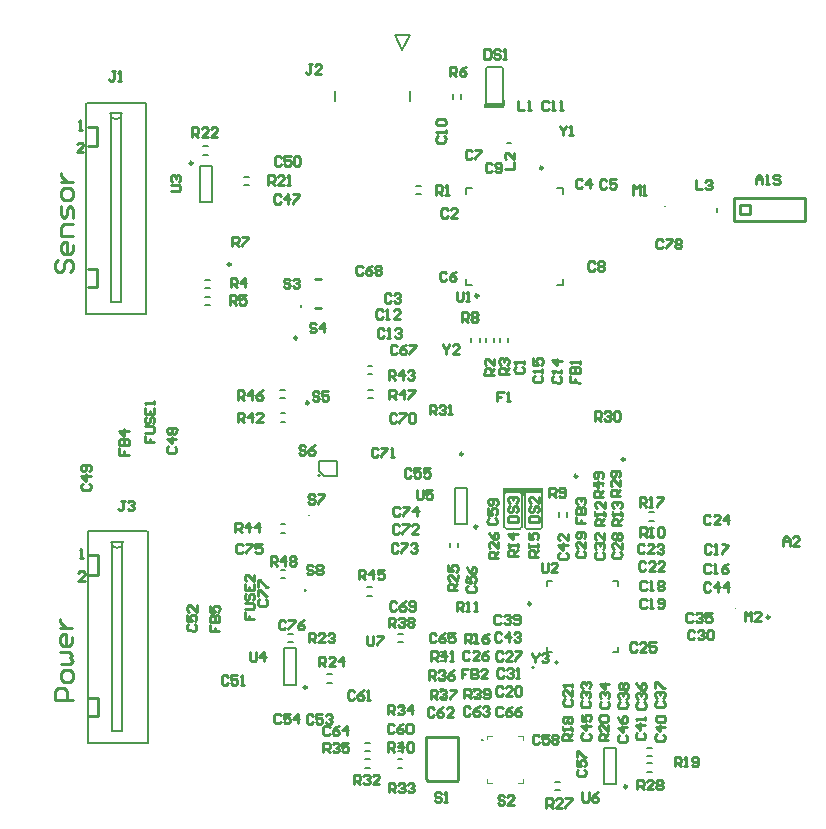
<source format=gto>
G04*
G04 #@! TF.GenerationSoftware,Altium Limited,Altium Designer,19.1.6 (110)*
G04*
G04 Layer_Color=65535*
%FSLAX43Y43*%
%MOMM*%
G71*
G01*
G75*
%ADD10C,0.200*%
%ADD11C,0.250*%
%ADD12C,0.100*%
%ADD13C,0.203*%
%ADD14C,0.254*%
%ADD15C,0.300*%
%ADD16C,0.127*%
%ADD17C,0.152*%
%ADD18R,0.185X0.650*%
%ADD19R,1.702X0.457*%
%ADD20R,0.165X0.584*%
G36*
X30050Y68250D02*
D01*
D02*
G37*
G36*
X30550Y68050D02*
D01*
D02*
G37*
D10*
X73610Y13390D02*
G03*
X73610Y13390I-100J0D01*
G01*
X75610Y13800D02*
G03*
X75610Y13800I-100J0D01*
G01*
X69250Y7200D02*
G03*
X69150Y7200I-50J0D01*
G01*
D02*
G03*
X69250Y7200I50J0D01*
G01*
D02*
G03*
X69150Y7200I-50J0D01*
G01*
X55476Y29626D02*
G03*
X55476Y29626I-100J0D01*
G01*
X37800Y24000D02*
G03*
X38800Y24000I500J0D01*
G01*
X37700Y60300D02*
G03*
X38700Y60300I500J0D01*
G01*
X73200Y23500D02*
Y23900D01*
X73900Y23500D02*
Y23900D01*
X83350Y25200D02*
X83750D01*
X83350Y24500D02*
X83750D01*
X83350Y26500D02*
X83750D01*
X83350Y25800D02*
X83750D01*
X71500Y23500D02*
Y23900D01*
X72200Y23500D02*
Y23900D01*
X70550Y23500D02*
Y23900D01*
X69850Y23500D02*
Y23900D01*
X66500Y23550D02*
Y23950D01*
X67200Y23550D02*
Y23950D01*
X78800Y26200D02*
Y26600D01*
X79500Y26200D02*
Y26600D01*
X80300Y26185D02*
Y26585D01*
X81000Y26185D02*
Y26585D01*
X79900Y8050D02*
Y8450D01*
X79200Y8050D02*
Y8450D01*
X76050Y8050D02*
Y8450D01*
X76750Y8050D02*
Y8450D01*
X83200Y5850D02*
X83600D01*
X83200Y6550D02*
X83600D01*
X83200Y4550D02*
X83600D01*
X83200Y5250D02*
X83600D01*
X79550Y3500D02*
X80550D01*
X79550Y6600D02*
X80550D01*
Y3500D02*
Y6600D01*
X79550Y3500D02*
Y6600D01*
X68400Y16250D02*
X68800D01*
X68400Y15550D02*
X68800D01*
X65600Y14650D02*
X66000D01*
X65600Y13950D02*
X66000D01*
X65600Y12400D02*
X66000D01*
X65600Y13100D02*
X66000D01*
X68450Y11550D02*
X68850D01*
X68450Y10850D02*
X68850D01*
X65600Y11550D02*
X66000D01*
X65600Y10850D02*
X66000D01*
X75400Y3015D02*
X75800D01*
X75400Y3715D02*
X75800D01*
X62100Y10050D02*
X62500D01*
X62100Y9350D02*
X62500D01*
X62050Y7000D02*
X62450D01*
X62050Y6300D02*
X62450D01*
X59300Y6300D02*
X59700D01*
X59300Y7000D02*
X59700D01*
X62050Y4900D02*
X62450D01*
X62050Y5600D02*
X62450D01*
X59300Y5600D02*
X59700D01*
X59300Y4900D02*
X59700D01*
X52150Y20950D02*
X52550D01*
X52150Y21650D02*
X52550D01*
X52800Y16250D02*
X53200D01*
X52800Y15550D02*
X53200D01*
X52450Y11900D02*
Y15000D01*
X53450Y11900D02*
Y15000D01*
X52450D02*
X53450D01*
X52450Y11900D02*
X53450D01*
X56100Y12100D02*
X56500D01*
X56100Y12800D02*
X56500D01*
X52150Y24800D02*
X52550D01*
X52150Y25500D02*
X52550D01*
X62100Y16250D02*
X62500D01*
X62100Y15550D02*
X62500D01*
X59450Y19450D02*
X59850D01*
X59450Y20150D02*
X59850D01*
X78700Y28710D02*
Y29110D01*
X79400Y28710D02*
Y29110D01*
X76400Y26150D02*
Y26550D01*
X75700Y26150D02*
Y26550D01*
X80150Y28700D02*
Y29100D01*
X80850Y28700D02*
Y29100D01*
X55376Y30050D02*
Y30824D01*
X56924D01*
Y29626D02*
Y30824D01*
X55800Y29626D02*
X56924D01*
X55376Y30050D02*
X55800Y29626D01*
X59550Y36150D02*
X59950D01*
X59550Y36850D02*
X59950D01*
X59500Y38900D02*
X59900D01*
X59500Y38200D02*
X59900D01*
X66900Y25510D02*
Y28610D01*
X67900Y25510D02*
Y28610D01*
X66900D02*
X67900D01*
X66900Y25510D02*
X67900D01*
X70710Y40900D02*
Y41300D01*
X71410Y40900D02*
Y41300D01*
X69500Y40900D02*
Y41300D01*
X70200Y40900D02*
Y41300D01*
X68990Y40900D02*
Y41300D01*
X68290Y40900D02*
Y41300D01*
X63600Y53450D02*
X64000D01*
X63600Y54150D02*
X64000D01*
X89050Y51950D02*
Y52250D01*
X71315Y57750D02*
X71615D01*
X67450Y61500D02*
Y61900D01*
X66750Y61500D02*
Y61900D01*
X45750Y45500D02*
X46150D01*
X45750Y46200D02*
X46150D01*
X45750Y44040D02*
X46150D01*
X45750Y44740D02*
X46150D01*
X49050Y54900D02*
X49450D01*
X49050Y54200D02*
X49450D01*
X46350Y52750D02*
Y55850D01*
X45350Y52750D02*
Y55850D01*
Y52750D02*
X46350D01*
X45350Y55850D02*
X46350D01*
X45600Y56800D02*
X46000D01*
X45600Y57500D02*
X46000D01*
X52150Y34900D02*
X52550D01*
X52150Y34200D02*
X52550D01*
X52100Y36850D02*
X52500D01*
X52100Y36150D02*
X52500D01*
X35816Y6995D02*
X40816Y6998D01*
X40880D02*
Y24905D01*
X35800Y6998D02*
Y24905D01*
X35816Y24902D02*
X40816Y24905D01*
X38735Y8000D02*
Y24000D01*
X37865Y8000D02*
X38735D01*
X37865D02*
Y24000D01*
X38800D01*
X37800D02*
X38735D01*
X37700Y60300D02*
X38635D01*
X37765D02*
X38700D01*
X37765Y44300D02*
Y60300D01*
Y44300D02*
X38635D01*
Y60300D01*
X35716Y61202D02*
X40716Y61205D01*
X35700Y43298D02*
Y61205D01*
X40780Y43298D02*
Y61205D01*
X35716Y43295D02*
X40716Y43298D01*
D11*
X73325Y18760D02*
G03*
X73325Y18760I-125J0D01*
G01*
X93535Y17631D02*
G03*
X93535Y17631I-125J0D01*
G01*
X81450Y3275D02*
G03*
X81450Y3275I-125J0D01*
G01*
X54350Y11675D02*
G03*
X54350Y11675I-125J0D01*
G01*
X53550Y41275D02*
G03*
X53550Y41275I-125J0D01*
G01*
X54525Y35775D02*
G03*
X54525Y35775I-125J0D01*
G01*
X68800Y25285D02*
G03*
X68800Y25285I-125J0D01*
G01*
X67575Y31450D02*
G03*
X67575Y31450I-125J0D01*
G01*
X81275Y31000D02*
G03*
X81275Y31000I-125J0D01*
G01*
X77260Y29570D02*
G03*
X77260Y29570I-125J0D01*
G01*
X74325Y55675D02*
G03*
X74325Y55675I-125J0D01*
G01*
X47925Y47500D02*
G03*
X47925Y47500I-125J0D01*
G01*
X44700Y56075D02*
G03*
X44700Y56075I-125J0D01*
G01*
D12*
X90710Y18400D02*
G03*
X90710Y18400I-50J0D01*
G01*
X54500Y26250D02*
G03*
X54600Y26250I50J0D01*
G01*
D02*
G03*
X54500Y26250I-50J0D01*
G01*
X84600Y52400D02*
G03*
X84700Y52400I50J0D01*
G01*
D02*
G03*
X84600Y52400I-50J0D01*
G01*
X72650Y3600D02*
Y3975D01*
Y3600D02*
Y3975D01*
X69650Y3600D02*
Y3975D01*
Y3600D02*
Y3975D01*
Y7350D02*
Y7600D01*
Y7350D02*
Y7600D01*
X72650Y7225D02*
Y7600D01*
Y7225D02*
Y7600D01*
X72275Y3600D02*
X72650D01*
X72275D02*
X72650D01*
X69650D02*
X70025D01*
X69650D02*
X70025D01*
X69650Y7600D02*
X70025D01*
X69650D02*
X70025D01*
X72275D02*
X72650D01*
X72275D02*
X72650D01*
D13*
X72371Y25062D02*
G03*
X72587Y25278I0J216D01*
G01*
X71089D02*
G03*
X71304Y25062I216J0D01*
G01*
X72587Y28049D02*
G03*
X72371Y28265I-216J0D01*
G01*
X71304D02*
G03*
X71089Y28049I0J-216D01*
G01*
X74083Y25062D02*
G03*
X74299Y25278I0J216D01*
G01*
X72801D02*
G03*
X73017Y25062I216J0D01*
G01*
X74299Y28049D02*
G03*
X74083Y28265I-216J0D01*
G01*
X73017D02*
G03*
X72801Y28049I0J-216D01*
G01*
X69717Y64252D02*
G03*
X69501Y64036I0J-216D01*
G01*
X70999D02*
G03*
X70783Y64252I-216J0D01*
G01*
X69501Y61264D02*
G03*
X69717Y61048I216J0D01*
G01*
X70783D02*
G03*
X70999Y61264I0J216D01*
G01*
X72587Y25278D02*
Y28049D01*
X71089Y25278D02*
Y28049D01*
X71304Y25062D02*
X72371D01*
X71304Y28265D02*
X72371D01*
X74299Y25278D02*
Y28049D01*
X72801Y25278D02*
Y28049D01*
X73017Y25062D02*
X74083D01*
X73017Y28265D02*
X74083D01*
X69501Y61264D02*
Y64036D01*
X70999Y61264D02*
Y64036D01*
X69717Y64252D02*
X70783D01*
X69717Y61048D02*
X70783D01*
D14*
X53867Y43916D02*
G03*
X53867Y43916I-22J0D01*
G01*
X54247Y19906D02*
G03*
X54247Y19906I-12J0D01*
G01*
X90550Y53150D02*
X96550D01*
Y51150D02*
Y53150D01*
X90550Y51150D02*
X96550D01*
X90550D02*
Y53150D01*
X91050Y52500D02*
X91900D01*
X91050Y51750D02*
Y52500D01*
Y51750D02*
X91850D01*
Y52450D01*
X64488Y7448D02*
X67138D01*
X64488Y3948D02*
Y7448D01*
X67138Y3848D02*
Y7448D01*
X67088Y3798D02*
X67138Y3848D01*
X64638Y3798D02*
X67088D01*
X64488Y3948D02*
X64638Y3798D01*
X55050Y46300D02*
X55550D01*
X55050Y43800D02*
X55550D01*
X35903Y9284D02*
X36665D01*
Y10808D01*
X35903D02*
X36665D01*
X35903Y21222D02*
X36665D01*
Y22873D01*
X35903D02*
X36665D01*
X35803Y59173D02*
X36565D01*
Y57522D02*
Y59173D01*
X35803Y57522D02*
X36565D01*
X35803Y47108D02*
X36565D01*
Y45584D02*
Y47108D01*
X35803Y45584D02*
X36565D01*
X83136Y20571D02*
X83003Y20704D01*
X82737Y20704D01*
X82603Y20571D01*
X82604Y20037D01*
X82737Y19904D01*
X83004Y19904D01*
X83137Y20038D01*
X83404Y19905D02*
X83670Y19905D01*
X83537Y19905D01*
X83536Y20705D01*
X83403Y20571D01*
X84070Y20572D02*
X84203Y20705D01*
X84469Y20705D01*
X84603Y20572D01*
X84603Y20439D01*
X84470Y20305D01*
X84603Y20172D01*
X84603Y20039D01*
X84470Y19906D01*
X84203Y19905D01*
X84070Y20039D01*
X84070Y20172D01*
X84203Y20305D01*
X84070Y20438D01*
X84070Y20572D01*
X84203Y20305D02*
X84470Y20305D01*
X33326Y47860D02*
X33073Y47605D01*
X33075Y47097D01*
X33330Y46844D01*
X33584Y46846D01*
X33837Y47101D01*
X33835Y47608D01*
X34088Y47863D01*
X34342Y47865D01*
X34597Y47612D01*
X34599Y47104D01*
X34346Y46849D01*
X34590Y49135D02*
X34592Y48627D01*
X34339Y48372D01*
X33832Y48370D01*
X33577Y48623D01*
X33574Y49131D01*
X33827Y49386D01*
X34081Y49387D01*
X34086Y48371D01*
X34587Y49897D02*
X33571Y49893D01*
X33568Y50654D01*
X33821Y50909D01*
X34582Y50913D01*
X34580Y51420D02*
X34577Y52182D01*
X34322Y52435D01*
X34069Y52180D01*
X34071Y51672D01*
X33818Y51417D01*
X33563Y51670D01*
X33560Y52432D01*
X34572Y53198D02*
X34570Y53706D01*
X34315Y53959D01*
X33807Y53956D01*
X33554Y53701D01*
X33557Y53193D01*
X33812Y52941D01*
X34319Y52943D01*
X34572Y53198D01*
X33551Y54463D02*
X34567Y54467D01*
X34059Y54465D01*
X33804Y54718D01*
X33549Y54971D01*
X33548Y55225D01*
X34550Y10600D02*
X33027Y10588D01*
X33021Y11350D01*
X33273Y11606D01*
X33780Y11610D01*
X34036Y11358D01*
X34042Y10596D01*
X34536Y12377D02*
X34532Y12885D01*
X34277Y13137D01*
X33769Y13133D01*
X33517Y12877D01*
X33521Y12370D01*
X33777Y12118D01*
X34284Y12122D01*
X34536Y12377D01*
X33511Y13639D02*
X34273Y13645D01*
X34525Y13901D01*
X34269Y14153D01*
X34521Y14409D01*
X34265Y14661D01*
X33503Y14655D01*
X34509Y15932D02*
X34513Y15424D01*
X34261Y15168D01*
X33753Y15165D01*
X33497Y15416D01*
X33493Y15924D01*
X33745Y16180D01*
X33999Y16182D01*
X34007Y15166D01*
X33487Y16686D02*
X34503Y16694D01*
X33995Y16690D01*
X33739Y16942D01*
X33484Y17194D01*
X33482Y17448D01*
X35547Y20714D02*
X35014D01*
X35547Y21247D01*
Y21380D01*
X35414Y21514D01*
X35147D01*
X35014Y21380D01*
X35141Y22619D02*
X35408D01*
X35274D01*
Y23419D01*
X35141Y23285D01*
X35041Y58919D02*
X35308D01*
X35174D01*
Y59719D01*
X35041Y59585D01*
X35447Y57014D02*
X34914D01*
X35447Y57547D01*
Y57680D01*
X35314Y57814D01*
X35047D01*
X34914Y57680D01*
X61933Y18866D02*
X61800Y19000D01*
X61533D01*
X61400Y18866D01*
Y18333D01*
X61533Y18200D01*
X61800D01*
X61933Y18333D01*
X62733Y19000D02*
X62466Y18866D01*
X62200Y18600D01*
Y18333D01*
X62333Y18200D01*
X62600D01*
X62733Y18333D01*
Y18467D01*
X62600Y18600D01*
X62200D01*
X62999Y18333D02*
X63133Y18200D01*
X63399D01*
X63533Y18333D01*
Y18866D01*
X63399Y19000D01*
X63133D01*
X62999Y18866D01*
Y18733D01*
X63133Y18600D01*
X63533D01*
X79450Y27800D02*
X78650D01*
Y28200D01*
X78784Y28333D01*
X79050D01*
X79183Y28200D01*
Y27800D01*
Y28067D02*
X79450Y28333D01*
Y29000D02*
X78650D01*
X79050Y28600D01*
Y29133D01*
X79317Y29399D02*
X79450Y29533D01*
Y29799D01*
X79317Y29933D01*
X78784D01*
X78650Y29799D01*
Y29533D01*
X78784Y29399D01*
X78917D01*
X79050Y29533D01*
Y29933D01*
X87300Y54650D02*
Y53850D01*
X87833D01*
X88100Y54516D02*
X88233Y54650D01*
X88500D01*
X88633Y54516D01*
Y54383D01*
X88500Y54250D01*
X88366D01*
X88500D01*
X88633Y54117D01*
Y53983D01*
X88500Y53850D01*
X88233D01*
X88100Y53983D01*
X84483Y49516D02*
X84350Y49650D01*
X84083D01*
X83950Y49516D01*
Y48983D01*
X84083Y48850D01*
X84350D01*
X84483Y48983D01*
X84750Y49650D02*
X85283D01*
Y49516D01*
X84750Y48983D01*
Y48850D01*
X85549Y49516D02*
X85683Y49650D01*
X85949D01*
X86083Y49516D01*
Y49383D01*
X85949Y49250D01*
X86083Y49117D01*
Y48983D01*
X85949Y48850D01*
X85683D01*
X85549Y48983D01*
Y49117D01*
X85683Y49250D01*
X85549Y49383D01*
Y49516D01*
X85683Y49250D02*
X85949D01*
X92400Y54300D02*
Y54833D01*
X92667Y55100D01*
X92933Y54833D01*
Y54300D01*
Y54700D01*
X92400D01*
X93200Y54300D02*
X93466D01*
X93333D01*
Y55100D01*
X93200Y54966D01*
X94399D02*
X94266Y55100D01*
X93999D01*
X93866Y54966D01*
Y54833D01*
X93999Y54700D01*
X94266D01*
X94399Y54567D01*
Y54433D01*
X94266Y54300D01*
X93999D01*
X93866Y54433D01*
X67050Y18150D02*
Y18950D01*
X67450D01*
X67583Y18816D01*
Y18550D01*
X67450Y18417D01*
X67050D01*
X67317D02*
X67583Y18150D01*
X67850D02*
X68116D01*
X67983D01*
Y18950D01*
X67850Y18816D01*
X68516Y18150D02*
X68783D01*
X68649D01*
Y18950D01*
X68516Y18816D01*
X75784Y23083D02*
X75650Y22950D01*
Y22683D01*
X75784Y22550D01*
X76317D01*
X76450Y22683D01*
Y22950D01*
X76317Y23083D01*
X76450Y23750D02*
X75650D01*
X76050Y23350D01*
Y23883D01*
X76450Y24683D02*
Y24149D01*
X75917Y24683D01*
X75784D01*
X75650Y24549D01*
Y24283D01*
X75784Y24149D01*
X77284Y23233D02*
X77150Y23100D01*
Y22833D01*
X77284Y22700D01*
X77817D01*
X77950Y22833D01*
Y23100D01*
X77817Y23233D01*
X77950Y24033D02*
Y23500D01*
X77417Y24033D01*
X77284D01*
X77150Y23900D01*
Y23633D01*
X77284Y23500D01*
X77817Y24299D02*
X77950Y24433D01*
Y24699D01*
X77817Y24833D01*
X77284D01*
X77150Y24699D01*
Y24433D01*
X77284Y24299D01*
X77417D01*
X77550Y24433D01*
Y24833D01*
X80345Y23147D02*
X80209Y23016D01*
X80203Y22750D01*
X80334Y22614D01*
X80867Y22603D01*
X81003Y22733D01*
X81008Y23000D01*
X80878Y23136D01*
X81028Y23933D02*
X81017Y23400D01*
X80495Y23944D01*
X80361Y23947D01*
X80225Y23816D01*
X80220Y23549D01*
X80350Y23413D01*
X80367Y24213D02*
X80237Y24349D01*
X80242Y24616D01*
X80378Y24746D01*
X80511Y24743D01*
X80642Y24607D01*
X80778Y24738D01*
X80911Y24735D01*
X81042Y24599D01*
X81036Y24332D01*
X80900Y24202D01*
X80767Y24205D01*
X80636Y24341D01*
X80500Y24210D01*
X80367Y24213D01*
X80636Y24341D02*
X80642Y24607D01*
X70833Y16216D02*
X70700Y16350D01*
X70433D01*
X70300Y16216D01*
Y15683D01*
X70433Y15550D01*
X70700D01*
X70833Y15683D01*
X71500Y15550D02*
Y16350D01*
X71100Y15950D01*
X71633D01*
X71899Y16216D02*
X72033Y16350D01*
X72299D01*
X72433Y16216D01*
Y16083D01*
X72299Y15950D01*
X72166D01*
X72299D01*
X72433Y15817D01*
Y15683D01*
X72299Y15550D01*
X72033D01*
X71899Y15683D01*
X67750Y15450D02*
Y16250D01*
X68150D01*
X68283Y16116D01*
Y15850D01*
X68150Y15717D01*
X67750D01*
X68017D02*
X68283Y15450D01*
X68550D02*
X68816D01*
X68683D01*
Y16250D01*
X68550Y16116D01*
X69749Y16250D02*
X69483Y16116D01*
X69216Y15850D01*
Y15583D01*
X69349Y15450D01*
X69616D01*
X69749Y15583D01*
Y15717D01*
X69616Y15850D01*
X69216D01*
X73639Y38090D02*
X73504Y37958D01*
X73502Y37691D01*
X73634Y37557D01*
X74167Y37551D01*
X74301Y37683D01*
X74304Y37950D01*
X74172Y38084D01*
X74308Y38350D02*
X74310Y38616D01*
X74309Y38483D01*
X73509Y38491D01*
X73641Y38356D01*
X73520Y39557D02*
X73515Y39024D01*
X73914Y39020D01*
X73784Y39288D01*
X73785Y39421D01*
X73920Y39553D01*
X74186Y39551D01*
X74318Y39416D01*
X74316Y39149D01*
X74181Y39017D01*
X75244Y38045D02*
X75108Y37915D01*
X75103Y37648D01*
X75234Y37512D01*
X75767Y37502D01*
X75902Y37633D01*
X75907Y37900D01*
X75777Y38036D01*
X75915Y38300D02*
X75920Y38566D01*
X75917Y38433D01*
X75118Y38448D01*
X75248Y38312D01*
X75935Y39366D02*
X75135Y39381D01*
X75527Y38973D01*
X75537Y39506D01*
X54889Y21926D02*
X54756Y22060D01*
X54489D01*
X54356Y21926D01*
Y21793D01*
X54489Y21660D01*
X54756D01*
X54889Y21526D01*
Y21393D01*
X54756Y21260D01*
X54489D01*
X54356Y21393D01*
X55156Y21926D02*
X55289Y22060D01*
X55556D01*
X55689Y21926D01*
Y21793D01*
X55556Y21660D01*
X55689Y21526D01*
Y21393D01*
X55556Y21260D01*
X55289D01*
X55156Y21393D01*
Y21526D01*
X55289Y21660D01*
X55156Y21793D01*
Y21926D01*
X55289Y21660D02*
X55556D01*
X55033Y27916D02*
X54900Y28050D01*
X54633D01*
X54500Y27916D01*
Y27783D01*
X54633Y27650D01*
X54900D01*
X55033Y27517D01*
Y27383D01*
X54900Y27250D01*
X54633D01*
X54500Y27383D01*
X55300Y28050D02*
X55833D01*
Y27916D01*
X55300Y27383D01*
Y27250D01*
X54233Y32066D02*
X54100Y32200D01*
X53833D01*
X53700Y32066D01*
Y31933D01*
X53833Y31800D01*
X54100D01*
X54233Y31667D01*
Y31533D01*
X54100Y31400D01*
X53833D01*
X53700Y31533D01*
X55033Y32200D02*
X54766Y32066D01*
X54500Y31800D01*
Y31533D01*
X54633Y31400D01*
X54900D01*
X55033Y31533D01*
Y31667D01*
X54900Y31800D01*
X54500D01*
X55383Y36616D02*
X55250Y36750D01*
X54983D01*
X54850Y36616D01*
Y36483D01*
X54983Y36350D01*
X55250D01*
X55383Y36217D01*
Y36083D01*
X55250Y35950D01*
X54983D01*
X54850Y36083D01*
X56183Y36750D02*
X55650D01*
Y36350D01*
X55916Y36483D01*
X56050D01*
X56183Y36350D01*
Y36083D01*
X56050Y35950D01*
X55783D01*
X55650Y36083D01*
X55133Y42416D02*
X55000Y42550D01*
X54733D01*
X54600Y42416D01*
Y42283D01*
X54733Y42150D01*
X55000D01*
X55133Y42017D01*
Y41883D01*
X55000Y41750D01*
X54733D01*
X54600Y41883D01*
X55800Y41750D02*
Y42550D01*
X55400Y42150D01*
X55933D01*
X52933Y46166D02*
X52800Y46300D01*
X52533D01*
X52400Y46166D01*
Y46033D01*
X52533Y45900D01*
X52800D01*
X52933Y45767D01*
Y45633D01*
X52800Y45500D01*
X52533D01*
X52400Y45633D01*
X53200Y46166D02*
X53333Y46300D01*
X53600D01*
X53733Y46166D01*
Y46033D01*
X53600Y45900D01*
X53466D01*
X53600D01*
X53733Y45767D01*
Y45633D01*
X53600Y45500D01*
X53333D01*
X53200Y45633D01*
X71083Y2416D02*
X70950Y2550D01*
X70683D01*
X70550Y2416D01*
Y2283D01*
X70683Y2150D01*
X70950D01*
X71083Y2017D01*
Y1883D01*
X70950Y1750D01*
X70683D01*
X70550Y1883D01*
X71883Y1750D02*
X71350D01*
X71883Y2283D01*
Y2416D01*
X71750Y2550D01*
X71483D01*
X71350Y2416D01*
X54783Y64450D02*
X54517D01*
X54650D01*
Y63783D01*
X54517Y63650D01*
X54383D01*
X54250Y63783D01*
X55583Y63650D02*
X55050D01*
X55583Y64183D01*
Y64316D01*
X55450Y64450D01*
X55183D01*
X55050Y64316D01*
X71033Y36700D02*
X70500D01*
Y36300D01*
X70767D01*
X70500D01*
Y35900D01*
X71300D02*
X71566D01*
X71433D01*
Y36700D01*
X71300Y36566D01*
X69803Y26057D02*
X69665Y25928D01*
X69656Y25662D01*
X69784Y25524D01*
X70317Y25505D01*
X70455Y25633D01*
X70464Y25900D01*
X70336Y26038D01*
X69698Y26861D02*
X69679Y26328D01*
X70079Y26313D01*
X69955Y26585D01*
X69960Y26718D01*
X70098Y26846D01*
X70364Y26837D01*
X70493Y26699D01*
X70483Y26432D01*
X70345Y26304D01*
X70374Y27103D02*
X70512Y27232D01*
X70521Y27498D01*
X70393Y27636D01*
X69860Y27655D01*
X69722Y27527D01*
X69713Y27260D01*
X69841Y27122D01*
X69974Y27117D01*
X70112Y27246D01*
X70127Y27646D01*
X73450Y14600D02*
Y14466D01*
X73717Y14200D01*
X73983Y14466D01*
Y14600D01*
X73717Y14200D02*
Y13800D01*
X74250Y14466D02*
X74383Y14600D01*
X74650D01*
X74783Y14466D01*
Y14333D01*
X74650Y14200D01*
X74516D01*
X74650D01*
X74783Y14067D01*
Y13933D01*
X74650Y13800D01*
X74383D01*
X74250Y13933D01*
X65900Y40750D02*
Y40616D01*
X66167Y40350D01*
X66433Y40616D01*
Y40750D01*
X66167Y40350D02*
Y39950D01*
X67233D02*
X66700D01*
X67233Y40483D01*
Y40616D01*
X67100Y40750D01*
X66833D01*
X66700Y40616D01*
X75800Y59250D02*
Y59116D01*
X76067Y58850D01*
X76333Y59116D01*
Y59250D01*
X76067Y58850D02*
Y58450D01*
X76600D02*
X76866D01*
X76733D01*
Y59250D01*
X76600Y59116D01*
X59461Y16065D02*
Y15399D01*
X59595Y15265D01*
X59861D01*
X59995Y15399D01*
Y16065D01*
X60261D02*
X60794D01*
Y15932D01*
X60261Y15399D01*
Y15265D01*
X77700Y2800D02*
Y2133D01*
X77833Y2000D01*
X78100D01*
X78233Y2133D01*
Y2800D01*
X79033D02*
X78766Y2666D01*
X78500Y2400D01*
Y2133D01*
X78633Y2000D01*
X78900D01*
X79033Y2133D01*
Y2267D01*
X78900Y2400D01*
X78500D01*
X63650Y28400D02*
Y27733D01*
X63783Y27600D01*
X64050D01*
X64183Y27733D01*
Y28400D01*
X64983D02*
X64450D01*
Y28000D01*
X64716Y28133D01*
X64850D01*
X64983Y28000D01*
Y27733D01*
X64850Y27600D01*
X64583D01*
X64450Y27733D01*
X49550Y14700D02*
Y14033D01*
X49683Y13900D01*
X49950D01*
X50083Y14033D01*
Y14700D01*
X50750Y13900D02*
Y14700D01*
X50350Y14300D01*
X50883D01*
X42850Y53700D02*
X43517D01*
X43650Y53833D01*
Y54100D01*
X43517Y54233D01*
X42850D01*
X42984Y54500D02*
X42850Y54633D01*
Y54900D01*
X42984Y55033D01*
X43117D01*
X43250Y54900D01*
Y54766D01*
Y54900D01*
X43383Y55033D01*
X43517D01*
X43650Y54900D01*
Y54633D01*
X43517Y54500D01*
X74250Y22250D02*
Y21583D01*
X74383Y21450D01*
X74650D01*
X74783Y21583D01*
Y22250D01*
X75583Y21450D02*
X75050D01*
X75583Y21983D01*
Y22116D01*
X75450Y22250D01*
X75183D01*
X75050Y22116D01*
X67050Y45200D02*
Y44533D01*
X67183Y44400D01*
X67450D01*
X67583Y44533D01*
Y45200D01*
X67850Y44400D02*
X68116D01*
X67983D01*
Y45200D01*
X67850Y45066D01*
X65733Y2666D02*
X65600Y2800D01*
X65333D01*
X65200Y2666D01*
Y2533D01*
X65333Y2400D01*
X65600D01*
X65733Y2267D01*
Y2133D01*
X65600Y2000D01*
X65333D01*
X65200Y2133D01*
X66000Y2000D02*
X66266D01*
X66133D01*
Y2800D01*
X66000Y2666D01*
X51300Y22000D02*
Y22800D01*
X51700D01*
X51833Y22666D01*
Y22400D01*
X51700Y22267D01*
X51300D01*
X51567D02*
X51833Y22000D01*
X52500D02*
Y22800D01*
X52100Y22400D01*
X52633D01*
X52899Y22666D02*
X53033Y22800D01*
X53299D01*
X53433Y22666D01*
Y22533D01*
X53299Y22400D01*
X53433Y22267D01*
Y22133D01*
X53299Y22000D01*
X53033D01*
X52899Y22133D01*
Y22267D01*
X53033Y22400D01*
X52899Y22533D01*
Y22666D01*
X53033Y22400D02*
X53299D01*
X61350Y36100D02*
Y36900D01*
X61750D01*
X61883Y36766D01*
Y36500D01*
X61750Y36367D01*
X61350D01*
X61617D02*
X61883Y36100D01*
X62550D02*
Y36900D01*
X62150Y36500D01*
X62683D01*
X62949Y36900D02*
X63483D01*
Y36766D01*
X62949Y36233D01*
Y36100D01*
X48500Y36050D02*
Y36850D01*
X48900D01*
X49033Y36716D01*
Y36450D01*
X48900Y36317D01*
X48500D01*
X48767D02*
X49033Y36050D01*
X49700D02*
Y36850D01*
X49300Y36450D01*
X49833D01*
X50633Y36850D02*
X50366Y36716D01*
X50099Y36450D01*
Y36183D01*
X50233Y36050D01*
X50499D01*
X50633Y36183D01*
Y36317D01*
X50499Y36450D01*
X50099D01*
X58750Y20850D02*
Y21650D01*
X59150D01*
X59283Y21516D01*
Y21250D01*
X59150Y21117D01*
X58750D01*
X59017D02*
X59283Y20850D01*
X59950D02*
Y21650D01*
X59550Y21250D01*
X60083D01*
X60883Y21650D02*
X60349D01*
Y21250D01*
X60616Y21383D01*
X60749D01*
X60883Y21250D01*
Y20983D01*
X60749Y20850D01*
X60483D01*
X60349Y20983D01*
X48300Y24850D02*
Y25650D01*
X48700D01*
X48833Y25516D01*
Y25250D01*
X48700Y25117D01*
X48300D01*
X48567D02*
X48833Y24850D01*
X49500D02*
Y25650D01*
X49100Y25250D01*
X49633D01*
X50299Y24850D02*
Y25650D01*
X49899Y25250D01*
X50433D01*
X61300Y37750D02*
Y38550D01*
X61700D01*
X61833Y38416D01*
Y38150D01*
X61700Y38017D01*
X61300D01*
X61567D02*
X61833Y37750D01*
X62500D02*
Y38550D01*
X62100Y38150D01*
X62633D01*
X62899Y38416D02*
X63033Y38550D01*
X63299D01*
X63433Y38416D01*
Y38283D01*
X63299Y38150D01*
X63166D01*
X63299D01*
X63433Y38017D01*
Y37883D01*
X63299Y37750D01*
X63033D01*
X62899Y37883D01*
X48500Y34150D02*
Y34950D01*
X48900D01*
X49033Y34816D01*
Y34550D01*
X48900Y34417D01*
X48500D01*
X48767D02*
X49033Y34150D01*
X49700D02*
Y34950D01*
X49300Y34550D01*
X49833D01*
X50633Y34150D02*
X50099D01*
X50633Y34683D01*
Y34816D01*
X50499Y34950D01*
X50233D01*
X50099Y34816D01*
X61250Y6250D02*
Y7050D01*
X61650D01*
X61783Y6916D01*
Y6650D01*
X61650Y6517D01*
X61250D01*
X61517D02*
X61783Y6250D01*
X62450D02*
Y7050D01*
X62050Y6650D01*
X62583D01*
X62849Y6916D02*
X62983Y7050D01*
X63249D01*
X63383Y6916D01*
Y6383D01*
X63249Y6250D01*
X62983D01*
X62849Y6383D01*
Y6916D01*
X67700Y10750D02*
Y11550D01*
X68100D01*
X68233Y11416D01*
Y11150D01*
X68100Y11017D01*
X67700D01*
X67967D02*
X68233Y10750D01*
X68500Y11416D02*
X68633Y11550D01*
X68900D01*
X69033Y11416D01*
Y11283D01*
X68900Y11150D01*
X68766D01*
X68900D01*
X69033Y11017D01*
Y10883D01*
X68900Y10750D01*
X68633D01*
X68500Y10883D01*
X69299D02*
X69433Y10750D01*
X69699D01*
X69833Y10883D01*
Y11416D01*
X69699Y11550D01*
X69433D01*
X69299Y11416D01*
Y11283D01*
X69433Y11150D01*
X69833D01*
X64850Y10700D02*
Y11500D01*
X65250D01*
X65383Y11366D01*
Y11100D01*
X65250Y10967D01*
X64850D01*
X65117D02*
X65383Y10700D01*
X65650Y11366D02*
X65783Y11500D01*
X66050D01*
X66183Y11366D01*
Y11233D01*
X66050Y11100D01*
X65916D01*
X66050D01*
X66183Y10967D01*
Y10833D01*
X66050Y10700D01*
X65783D01*
X65650Y10833D01*
X66449Y11500D02*
X66983D01*
Y11366D01*
X66449Y10833D01*
Y10700D01*
X64900Y13950D02*
Y14750D01*
X65300D01*
X65433Y14616D01*
Y14350D01*
X65300Y14217D01*
X64900D01*
X65167D02*
X65433Y13950D01*
X66100D02*
Y14750D01*
X65700Y14350D01*
X66233D01*
X66499Y13950D02*
X66766D01*
X66633D01*
Y14750D01*
X66499Y14616D01*
X61300Y16800D02*
Y17600D01*
X61700D01*
X61833Y17466D01*
Y17200D01*
X61700Y17067D01*
X61300D01*
X61567D02*
X61833Y16800D01*
X62100Y17466D02*
X62233Y17600D01*
X62500D01*
X62633Y17466D01*
Y17333D01*
X62500Y17200D01*
X62366D01*
X62500D01*
X62633Y17067D01*
Y16933D01*
X62500Y16800D01*
X62233D01*
X62100Y16933D01*
X62899Y17466D02*
X63033Y17600D01*
X63299D01*
X63433Y17466D01*
Y17333D01*
X63299Y17200D01*
X63433Y17067D01*
Y16933D01*
X63299Y16800D01*
X63033D01*
X62899Y16933D01*
Y17067D01*
X63033Y17200D01*
X62899Y17333D01*
Y17466D01*
X63033Y17200D02*
X63299D01*
X55750Y6200D02*
Y7000D01*
X56150D01*
X56283Y6866D01*
Y6600D01*
X56150Y6467D01*
X55750D01*
X56017D02*
X56283Y6200D01*
X56550Y6866D02*
X56683Y7000D01*
X56950D01*
X57083Y6866D01*
Y6733D01*
X56950Y6600D01*
X56816D01*
X56950D01*
X57083Y6467D01*
Y6333D01*
X56950Y6200D01*
X56683D01*
X56550Y6333D01*
X57883Y7000D02*
X57349D01*
Y6600D01*
X57616Y6733D01*
X57749D01*
X57883Y6600D01*
Y6333D01*
X57749Y6200D01*
X57483D01*
X57349Y6333D01*
X61250Y9400D02*
Y10200D01*
X61650D01*
X61783Y10066D01*
Y9800D01*
X61650Y9667D01*
X61250D01*
X61517D02*
X61783Y9400D01*
X62050Y10066D02*
X62183Y10200D01*
X62450D01*
X62583Y10066D01*
Y9933D01*
X62450Y9800D01*
X62316D01*
X62450D01*
X62583Y9667D01*
Y9533D01*
X62450Y9400D01*
X62183D01*
X62050Y9533D01*
X63249Y9400D02*
Y10200D01*
X62849Y9800D01*
X63383D01*
X64700Y12350D02*
Y13150D01*
X65100D01*
X65233Y13016D01*
Y12750D01*
X65100Y12617D01*
X64700D01*
X64967D02*
X65233Y12350D01*
X65500Y13016D02*
X65633Y13150D01*
X65900D01*
X66033Y13016D01*
Y12883D01*
X65900Y12750D01*
X65766D01*
X65900D01*
X66033Y12617D01*
Y12483D01*
X65900Y12350D01*
X65633D01*
X65500Y12483D01*
X66833Y13150D02*
X66566Y13016D01*
X66299Y12750D01*
Y12483D01*
X66433Y12350D01*
X66699D01*
X66833Y12483D01*
Y12617D01*
X66699Y12750D01*
X66299D01*
X61300Y2800D02*
Y3600D01*
X61700D01*
X61833Y3466D01*
Y3200D01*
X61700Y3067D01*
X61300D01*
X61567D02*
X61833Y2800D01*
X62100Y3466D02*
X62233Y3600D01*
X62500D01*
X62633Y3466D01*
Y3333D01*
X62500Y3200D01*
X62366D01*
X62500D01*
X62633Y3067D01*
Y2933D01*
X62500Y2800D01*
X62233D01*
X62100Y2933D01*
X62899Y3466D02*
X63033Y3600D01*
X63299D01*
X63433Y3466D01*
Y3333D01*
X63299Y3200D01*
X63166D01*
X63299D01*
X63433Y3067D01*
Y2933D01*
X63299Y2800D01*
X63033D01*
X62899Y2933D01*
X58350Y3500D02*
Y4300D01*
X58750D01*
X58883Y4166D01*
Y3900D01*
X58750Y3767D01*
X58350D01*
X58617D02*
X58883Y3500D01*
X59150Y4166D02*
X59283Y4300D01*
X59550D01*
X59683Y4166D01*
Y4033D01*
X59550Y3900D01*
X59416D01*
X59550D01*
X59683Y3767D01*
Y3633D01*
X59550Y3500D01*
X59283D01*
X59150Y3633D01*
X60483Y3500D02*
X59949D01*
X60483Y4033D01*
Y4166D01*
X60349Y4300D01*
X60083D01*
X59949Y4166D01*
X64750Y34800D02*
Y35600D01*
X65150D01*
X65283Y35466D01*
Y35200D01*
X65150Y35067D01*
X64750D01*
X65017D02*
X65283Y34800D01*
X65550Y35466D02*
X65683Y35600D01*
X65950D01*
X66083Y35466D01*
Y35333D01*
X65950Y35200D01*
X65816D01*
X65950D01*
X66083Y35067D01*
Y34933D01*
X65950Y34800D01*
X65683D01*
X65550Y34933D01*
X66349Y34800D02*
X66616D01*
X66483D01*
Y35600D01*
X66349Y35466D01*
X78750Y34250D02*
Y35050D01*
X79150D01*
X79283Y34916D01*
Y34650D01*
X79150Y34517D01*
X78750D01*
X79017D02*
X79283Y34250D01*
X79550Y34916D02*
X79683Y35050D01*
X79950D01*
X80083Y34916D01*
Y34783D01*
X79950Y34650D01*
X79816D01*
X79950D01*
X80083Y34517D01*
Y34383D01*
X79950Y34250D01*
X79683D01*
X79550Y34383D01*
X80349Y34916D02*
X80483Y35050D01*
X80749D01*
X80883Y34916D01*
Y34383D01*
X80749Y34250D01*
X80483D01*
X80349Y34383D01*
Y34916D01*
X80900Y27900D02*
X80100D01*
Y28300D01*
X80234Y28433D01*
X80500D01*
X80633Y28300D01*
Y27900D01*
Y28167D02*
X80900Y28433D01*
Y29233D02*
Y28700D01*
X80367Y29233D01*
X80234D01*
X80100Y29100D01*
Y28833D01*
X80234Y28700D01*
X80767Y29499D02*
X80900Y29633D01*
Y29899D01*
X80767Y30033D01*
X80234D01*
X80100Y29899D01*
Y29633D01*
X80234Y29499D01*
X80367D01*
X80500Y29633D01*
Y30033D01*
X82350Y3050D02*
Y3850D01*
X82750D01*
X82883Y3716D01*
Y3450D01*
X82750Y3317D01*
X82350D01*
X82617D02*
X82883Y3050D01*
X83683D02*
X83150D01*
X83683Y3583D01*
Y3716D01*
X83550Y3850D01*
X83283D01*
X83150Y3716D01*
X83949D02*
X84083Y3850D01*
X84349D01*
X84483Y3716D01*
Y3583D01*
X84349Y3450D01*
X84483Y3317D01*
Y3183D01*
X84349Y3050D01*
X84083D01*
X83949Y3183D01*
Y3317D01*
X84083Y3450D01*
X83949Y3583D01*
Y3716D01*
X84083Y3450D02*
X84349D01*
X74650Y1500D02*
Y2300D01*
X75050D01*
X75183Y2166D01*
Y1900D01*
X75050Y1767D01*
X74650D01*
X74917D02*
X75183Y1500D01*
X75983D02*
X75450D01*
X75983Y2033D01*
Y2166D01*
X75850Y2300D01*
X75583D01*
X75450Y2166D01*
X76249Y2300D02*
X76783D01*
Y2166D01*
X76249Y1633D01*
Y1500D01*
X70550Y22650D02*
X69750Y22663D01*
X69757Y23063D01*
X69892Y23194D01*
X70159Y23189D01*
X70290Y23054D01*
X70283Y22654D01*
X70288Y22921D02*
X70558Y23183D01*
X70571Y23983D02*
X70563Y23450D01*
X70038Y23991D01*
X69905Y23993D01*
X69769Y23862D01*
X69765Y23596D01*
X69896Y23460D01*
X69784Y24795D02*
X69913Y24526D01*
X70176Y24256D01*
X70442Y24251D01*
X70577Y24383D01*
X70582Y24649D01*
X70451Y24784D01*
X70317Y24787D01*
X70182Y24655D01*
X70176Y24256D01*
X67100Y19900D02*
X66300Y19912D01*
X66306Y20312D01*
X66441Y20443D01*
X66708Y20439D01*
X66839Y20304D01*
X66833Y19904D01*
X66837Y20170D02*
X67108Y20433D01*
X67120Y21233D02*
X67112Y20700D01*
X66587Y21241D01*
X66453Y21243D01*
X66318Y21111D01*
X66314Y20845D01*
X66445Y20709D01*
X66332Y22044D02*
X66324Y21511D01*
X66724Y21505D01*
X66594Y21774D01*
X66596Y21907D01*
X66732Y22038D01*
X66998Y22034D01*
X67129Y21899D01*
X67125Y21633D01*
X66990Y21501D01*
X55400Y13500D02*
Y14300D01*
X55800D01*
X55933Y14166D01*
Y13900D01*
X55800Y13767D01*
X55400D01*
X55667D02*
X55933Y13500D01*
X56733D02*
X56200D01*
X56733Y14033D01*
Y14166D01*
X56600Y14300D01*
X56333D01*
X56200Y14166D01*
X57399Y13500D02*
Y14300D01*
X56999Y13900D01*
X57533D01*
X54550Y15500D02*
Y16300D01*
X54950D01*
X55083Y16166D01*
Y15900D01*
X54950Y15767D01*
X54550D01*
X54817D02*
X55083Y15500D01*
X55883D02*
X55350D01*
X55883Y16033D01*
Y16166D01*
X55750Y16300D01*
X55483D01*
X55350Y16166D01*
X56149D02*
X56283Y16300D01*
X56549D01*
X56683Y16166D01*
Y16033D01*
X56549Y15900D01*
X56416D01*
X56549D01*
X56683Y15767D01*
Y15633D01*
X56549Y15500D01*
X56283D01*
X56149Y15633D01*
X44650Y58300D02*
Y59100D01*
X45050D01*
X45183Y58966D01*
Y58700D01*
X45050Y58567D01*
X44650D01*
X44917D02*
X45183Y58300D01*
X45983D02*
X45450D01*
X45983Y58833D01*
Y58966D01*
X45850Y59100D01*
X45583D01*
X45450Y58966D01*
X46783Y58300D02*
X46249D01*
X46783Y58833D01*
Y58966D01*
X46649Y59100D01*
X46383D01*
X46249Y58966D01*
X51100Y54250D02*
Y55050D01*
X51500D01*
X51633Y54916D01*
Y54650D01*
X51500Y54517D01*
X51100D01*
X51367D02*
X51633Y54250D01*
X52433D02*
X51900D01*
X52433Y54783D01*
Y54916D01*
X52300Y55050D01*
X52033D01*
X51900Y54916D01*
X52699Y54250D02*
X52966D01*
X52833D01*
Y55050D01*
X52699Y54916D01*
X74900Y27800D02*
Y28600D01*
X75300D01*
X75433Y28466D01*
Y28200D01*
X75300Y28067D01*
X74900D01*
X75167D02*
X75433Y27800D01*
X75700Y27933D02*
X75833Y27800D01*
X76100D01*
X76233Y27933D01*
Y28466D01*
X76100Y28600D01*
X75833D01*
X75700Y28466D01*
Y28333D01*
X75833Y28200D01*
X76233D01*
X79900Y7200D02*
X79100D01*
Y7600D01*
X79234Y7733D01*
X79500D01*
X79633Y7600D01*
Y7200D01*
Y7467D02*
X79900Y7733D01*
Y8533D02*
Y8000D01*
X79367Y8533D01*
X79234D01*
X79100Y8400D01*
Y8133D01*
X79234Y8000D01*
Y8799D02*
X79100Y8933D01*
Y9199D01*
X79234Y9333D01*
X79767D01*
X79900Y9199D01*
Y8933D01*
X79767Y8799D01*
X79234D01*
X85500Y5000D02*
Y5800D01*
X85900D01*
X86033Y5666D01*
Y5400D01*
X85900Y5267D01*
X85500D01*
X85767D02*
X86033Y5000D01*
X86300D02*
X86566D01*
X86433D01*
Y5800D01*
X86300Y5666D01*
X86966Y5133D02*
X87099Y5000D01*
X87366D01*
X87499Y5133D01*
Y5666D01*
X87366Y5800D01*
X87099D01*
X86966Y5666D01*
Y5533D01*
X87099Y5400D01*
X87499D01*
X76800Y7200D02*
X76000Y7215D01*
X76008Y7615D01*
X76144Y7745D01*
X76410Y7740D01*
X76541Y7605D01*
X76533Y7205D01*
X76538Y7471D02*
X76810Y7733D01*
X76815Y8000D02*
X76820Y8266D01*
X76817Y8133D01*
X76018Y8148D01*
X76148Y8012D01*
X76161Y8678D02*
X76030Y8814D01*
X76035Y9081D01*
X76171Y9211D01*
X76304Y9209D01*
X76435Y9073D01*
X76570Y9204D01*
X76704Y9201D01*
X76835Y9066D01*
X76830Y8799D01*
X76694Y8668D01*
X76561Y8671D01*
X76430Y8807D01*
X76294Y8676D01*
X76161Y8678D01*
X76430Y8807D02*
X76435Y9073D01*
X82550Y27000D02*
Y27800D01*
X82950D01*
X83083Y27666D01*
Y27400D01*
X82950Y27267D01*
X82550D01*
X82817D02*
X83083Y27000D01*
X83350D02*
X83616D01*
X83483D01*
Y27800D01*
X83350Y27666D01*
X84016Y27800D02*
X84549D01*
Y27666D01*
X84016Y27133D01*
Y27000D01*
X73950Y22750D02*
X73150D01*
Y23150D01*
X73284Y23283D01*
X73550D01*
X73683Y23150D01*
Y22750D01*
Y23017D02*
X73950Y23283D01*
Y23550D02*
Y23816D01*
Y23683D01*
X73150D01*
X73284Y23550D01*
X73150Y24749D02*
Y24216D01*
X73550D01*
X73417Y24483D01*
Y24616D01*
X73550Y24749D01*
X73817D01*
X73950Y24616D01*
Y24349D01*
X73817Y24216D01*
X72200Y22800D02*
X71400D01*
Y23200D01*
X71534Y23333D01*
X71800D01*
X71933Y23200D01*
Y22800D01*
Y23067D02*
X72200Y23333D01*
Y23600D02*
Y23866D01*
Y23733D01*
X71400D01*
X71534Y23600D01*
X72200Y24666D02*
X71400D01*
X71800Y24266D01*
Y24799D01*
X81000Y25400D02*
X80200Y25417D01*
X80209Y25817D01*
X80345Y25947D01*
X80612Y25942D01*
X80742Y25805D01*
X80733Y25406D01*
X80739Y25672D02*
X81011Y25933D01*
X81017Y26200D02*
X81023Y26466D01*
X81020Y26333D01*
X80220Y26350D01*
X80351Y26214D01*
X80365Y26880D02*
X80234Y27016D01*
X80240Y27283D01*
X80376Y27413D01*
X80509Y27410D01*
X80640Y27274D01*
X80637Y27141D01*
X80640Y27274D01*
X80776Y27405D01*
X80909Y27402D01*
X81040Y27266D01*
X81034Y26999D01*
X80898Y26869D01*
X79550Y25400D02*
X78750Y25417D01*
X78759Y25816D01*
X78895Y25947D01*
X79161Y25941D01*
X79292Y25805D01*
X79283Y25406D01*
X79289Y25672D02*
X79561Y25933D01*
X79567Y26200D02*
X79572Y26466D01*
X79569Y26333D01*
X78770Y26349D01*
X78900Y26213D01*
X79592Y27399D02*
X79581Y26866D01*
X79059Y27410D01*
X78925Y27413D01*
X78789Y27282D01*
X78784Y27016D01*
X78914Y26880D01*
X82600Y24450D02*
Y25250D01*
X83000D01*
X83133Y25116D01*
Y24850D01*
X83000Y24717D01*
X82600D01*
X82867D02*
X83133Y24450D01*
X83400D02*
X83666D01*
X83533D01*
Y25250D01*
X83400Y25116D01*
X84066D02*
X84199Y25250D01*
X84466D01*
X84599Y25116D01*
Y24583D01*
X84466Y24450D01*
X84199D01*
X84066Y24583D01*
Y25116D01*
X67500Y42650D02*
Y43450D01*
X67900D01*
X68033Y43316D01*
Y43050D01*
X67900Y42917D01*
X67500D01*
X67767D02*
X68033Y42650D01*
X68300Y43316D02*
X68433Y43450D01*
X68700D01*
X68833Y43316D01*
Y43183D01*
X68700Y43050D01*
X68833Y42917D01*
Y42783D01*
X68700Y42650D01*
X68433D01*
X68300Y42783D01*
Y42917D01*
X68433Y43050D01*
X68300Y43183D01*
Y43316D01*
X68433Y43050D02*
X68700D01*
X48050Y49050D02*
Y49850D01*
X48450D01*
X48583Y49716D01*
Y49450D01*
X48450Y49317D01*
X48050D01*
X48317D02*
X48583Y49050D01*
X48850Y49850D02*
X49383D01*
Y49716D01*
X48850Y49183D01*
Y49050D01*
X66500Y63450D02*
Y64250D01*
X66900D01*
X67033Y64116D01*
Y63850D01*
X66900Y63717D01*
X66500D01*
X66767D02*
X67033Y63450D01*
X67833Y64250D02*
X67566Y64116D01*
X67300Y63850D01*
Y63583D01*
X67433Y63450D01*
X67700D01*
X67833Y63583D01*
Y63717D01*
X67700Y63850D01*
X67300D01*
X47850Y44100D02*
Y44900D01*
X48250D01*
X48383Y44766D01*
Y44500D01*
X48250Y44367D01*
X47850D01*
X48117D02*
X48383Y44100D01*
X49183Y44900D02*
X48650D01*
Y44500D01*
X48916Y44633D01*
X49050D01*
X49183Y44500D01*
Y44233D01*
X49050Y44100D01*
X48783D01*
X48650Y44233D01*
X47900Y45550D02*
Y46350D01*
X48300D01*
X48433Y46216D01*
Y45950D01*
X48300Y45817D01*
X47900D01*
X48167D02*
X48433Y45550D01*
X49100D02*
Y46350D01*
X48700Y45950D01*
X49233D01*
X71450Y38200D02*
X70650Y38211D01*
X70656Y38611D01*
X70791Y38742D01*
X71058Y38739D01*
X71189Y38604D01*
X71183Y38204D01*
X71187Y38470D02*
X71457Y38733D01*
X70795Y39009D02*
X70663Y39144D01*
X70667Y39411D01*
X70802Y39542D01*
X70936Y39540D01*
X71067Y39405D01*
X71065Y39272D01*
X71067Y39405D01*
X71202Y39537D01*
X71335Y39535D01*
X71467Y39400D01*
X71463Y39133D01*
X71328Y39002D01*
X70200Y38150D02*
X69401Y38171D01*
X69411Y38570D01*
X69547Y38700D01*
X69814Y38693D01*
X69944Y38557D01*
X69934Y38157D01*
X69940Y38423D02*
X70214Y38683D01*
X70234Y39482D02*
X70220Y38949D01*
X69701Y39496D01*
X69568Y39500D01*
X69431Y39370D01*
X69424Y39103D01*
X69554Y38967D01*
X65300Y53400D02*
Y54200D01*
X65700D01*
X65833Y54066D01*
Y53800D01*
X65700Y53667D01*
X65300D01*
X65567D02*
X65833Y53400D01*
X66100D02*
X66366D01*
X66233D01*
Y54200D01*
X66100Y54066D01*
X91450Y17300D02*
Y18100D01*
X91717Y17833D01*
X91983Y18100D01*
Y17300D01*
X92783D02*
X92250D01*
X92783Y17833D01*
Y17966D01*
X92650Y18100D01*
X92383D01*
X92250Y17966D01*
X82000Y53400D02*
Y54200D01*
X82267Y53933D01*
X82533Y54200D01*
Y53400D01*
X82800D02*
X83066D01*
X82933D01*
Y54200D01*
X82800Y54066D01*
X71100Y55616D02*
X71900Y55600D01*
X71910Y56133D01*
X71926Y56933D02*
X71916Y56400D01*
X71393Y56943D01*
X71260Y56946D01*
X71124Y56815D01*
X71119Y56549D01*
X71249Y56413D01*
X72250Y61350D02*
Y60550D01*
X72783D01*
X73050D02*
X73316D01*
X73183D01*
Y61350D01*
X73050Y61216D01*
X38933Y27500D02*
X38667D01*
X38800D01*
Y26833D01*
X38667Y26700D01*
X38533D01*
X38400Y26833D01*
X39200Y27366D02*
X39333Y27500D01*
X39600D01*
X39733Y27366D01*
Y27233D01*
X39600Y27100D01*
X39466D01*
X39600D01*
X39733Y26967D01*
Y26833D01*
X39600Y26700D01*
X39333D01*
X39200Y26833D01*
X38133Y63850D02*
X37867D01*
X38000D01*
Y63183D01*
X37867Y63050D01*
X37733D01*
X37600Y63183D01*
X38400Y63050D02*
X38666D01*
X38533D01*
Y63850D01*
X38400Y63716D01*
X49100Y18033D02*
Y17500D01*
X49500D01*
Y17767D01*
Y17500D01*
X49900D01*
X49100Y18300D02*
X49767D01*
X49900Y18433D01*
Y18700D01*
X49767Y18833D01*
X49100D01*
X49234Y19633D02*
X49100Y19499D01*
Y19233D01*
X49234Y19099D01*
X49367D01*
X49500Y19233D01*
Y19499D01*
X49633Y19633D01*
X49767D01*
X49900Y19499D01*
Y19233D01*
X49767Y19099D01*
X49100Y20432D02*
Y19899D01*
X49900D01*
Y20432D01*
X49500Y19899D02*
Y20166D01*
X49900Y21232D02*
Y20699D01*
X49367Y21232D01*
X49234D01*
X49100Y21099D01*
Y20832D01*
X49234Y20699D01*
X40650Y32983D02*
Y32450D01*
X41050D01*
Y32717D01*
Y32450D01*
X41450D01*
X40650Y33250D02*
X41317D01*
X41450Y33383D01*
Y33650D01*
X41317Y33783D01*
X40650D01*
X40784Y34583D02*
X40650Y34449D01*
Y34183D01*
X40784Y34049D01*
X40917D01*
X41050Y34183D01*
Y34449D01*
X41183Y34583D01*
X41317D01*
X41450Y34449D01*
Y34183D01*
X41317Y34049D01*
X40650Y35382D02*
Y34849D01*
X41450D01*
Y35382D01*
X41050Y34849D02*
Y35116D01*
X41450Y35649D02*
Y35916D01*
Y35782D01*
X40650D01*
X40784Y35649D01*
X46156Y16991D02*
X46150Y16458D01*
X46550Y16454D01*
X46553Y16721D01*
X46550Y16454D01*
X46950Y16450D01*
X46158Y17258D02*
X46958Y17250D01*
X46962Y17650D01*
X46830Y17784D01*
X46697Y17786D01*
X46562Y17654D01*
X46558Y17254D01*
X46562Y17654D01*
X46430Y17788D01*
X46297Y17790D01*
X46162Y17658D01*
X46158Y17258D01*
X46172Y18591D02*
X46166Y18057D01*
X46566Y18053D01*
X46436Y18321D01*
X46437Y18455D01*
X46572Y18587D01*
X46838Y18584D01*
X46970Y18449D01*
X46967Y18183D01*
X46833Y18051D01*
X38500Y31933D02*
Y31400D01*
X38900D01*
Y31667D01*
Y31400D01*
X39300D01*
X38500Y32200D02*
X39300D01*
Y32600D01*
X39167Y32733D01*
X39033D01*
X38900Y32600D01*
Y32200D01*
Y32600D01*
X38767Y32733D01*
X38634D01*
X38500Y32600D01*
Y32200D01*
X39300Y33399D02*
X38500D01*
X38900Y32999D01*
Y33533D01*
X77150Y26133D02*
Y25600D01*
X77550D01*
Y25867D01*
Y25600D01*
X77950D01*
X77150Y26400D02*
X77950D01*
Y26800D01*
X77817Y26933D01*
X77683D01*
X77550Y26800D01*
Y26400D01*
Y26800D01*
X77417Y26933D01*
X77284D01*
X77150Y26800D01*
Y26400D01*
X77284Y27199D02*
X77150Y27333D01*
Y27599D01*
X77284Y27733D01*
X77417D01*
X77550Y27599D01*
Y27466D01*
Y27599D01*
X77683Y27733D01*
X77817D01*
X77950Y27599D01*
Y27333D01*
X77817Y27199D01*
X68033Y13250D02*
X67500D01*
Y12850D01*
X67767D01*
X67500D01*
Y12450D01*
X68300Y13250D02*
Y12450D01*
X68700D01*
X68833Y12583D01*
Y12717D01*
X68700Y12850D01*
X68300D01*
X68700D01*
X68833Y12983D01*
Y13116D01*
X68700Y13250D01*
X68300D01*
X69633Y12450D02*
X69099D01*
X69633Y12983D01*
Y13116D01*
X69499Y13250D01*
X69233D01*
X69099Y13116D01*
X76661Y38049D02*
X76650Y37516D01*
X77050Y37508D01*
X77056Y37775D01*
X77050Y37508D01*
X77450Y37500D01*
X76666Y38316D02*
X77466Y38300D01*
X77474Y38699D01*
X77344Y38835D01*
X77210Y38838D01*
X77074Y38707D01*
X77066Y38308D01*
X77074Y38707D01*
X76944Y38843D01*
X76810Y38846D01*
X76675Y38715D01*
X76666Y38316D01*
X77482Y39099D02*
X77488Y39366D01*
X77485Y39232D01*
X76685Y39249D01*
X76816Y39113D01*
X71400Y25700D02*
X72200D01*
Y26100D01*
X72067Y26233D01*
X71534D01*
X71400Y26100D01*
Y25700D01*
X71534Y27033D02*
X71400Y26900D01*
Y26633D01*
X71534Y26500D01*
X71667D01*
X71800Y26633D01*
Y26900D01*
X71933Y27033D01*
X72067D01*
X72200Y26900D01*
Y26633D01*
X72067Y26500D01*
X71534Y27299D02*
X71400Y27433D01*
Y27699D01*
X71534Y27833D01*
X71667D01*
X71800Y27699D01*
Y27566D01*
Y27699D01*
X71933Y27833D01*
X72067D01*
X72200Y27699D01*
Y27433D01*
X72067Y27299D01*
X73200Y25700D02*
X74000D01*
Y26100D01*
X73867Y26233D01*
X73334D01*
X73200Y26100D01*
Y25700D01*
X73334Y27033D02*
X73200Y26900D01*
Y26633D01*
X73334Y26500D01*
X73467D01*
X73600Y26633D01*
Y26900D01*
X73733Y27033D01*
X73867D01*
X74000Y26900D01*
Y26633D01*
X73867Y26500D01*
X74000Y27833D02*
Y27299D01*
X73467Y27833D01*
X73334D01*
X73200Y27699D01*
Y27433D01*
X73334Y27299D01*
X69400Y65700D02*
Y64900D01*
X69800D01*
X69933Y65033D01*
Y65566D01*
X69800Y65700D01*
X69400D01*
X70733Y65566D02*
X70600Y65700D01*
X70333D01*
X70200Y65566D01*
Y65433D01*
X70333Y65300D01*
X70600D01*
X70733Y65167D01*
Y65033D01*
X70600Y64900D01*
X70333D01*
X70200Y65033D01*
X70999Y64900D02*
X71266D01*
X71133D01*
Y65700D01*
X70999Y65566D01*
X50345Y19147D02*
X50209Y19016D01*
X50203Y18750D01*
X50334Y18614D01*
X50867Y18603D01*
X51003Y18733D01*
X51008Y19000D01*
X50878Y19136D01*
X50217Y19416D02*
X50228Y19949D01*
X50361Y19946D01*
X50883Y19402D01*
X51016Y19400D01*
X50233Y20215D02*
X50244Y20749D01*
X50377Y20746D01*
X50899Y20202D01*
X51033Y20199D01*
X52533Y17266D02*
X52400Y17400D01*
X52133D01*
X52000Y17266D01*
Y16733D01*
X52133Y16600D01*
X52400D01*
X52533Y16733D01*
X52800Y17400D02*
X53333D01*
Y17266D01*
X52800Y16733D01*
Y16600D01*
X54133Y17400D02*
X53866Y17266D01*
X53599Y17000D01*
Y16733D01*
X53733Y16600D01*
X53999D01*
X54133Y16733D01*
Y16867D01*
X53999Y17000D01*
X53599D01*
X48933Y23716D02*
X48800Y23850D01*
X48533D01*
X48400Y23716D01*
Y23183D01*
X48533Y23050D01*
X48800D01*
X48933Y23183D01*
X49200Y23850D02*
X49733D01*
Y23716D01*
X49200Y23183D01*
Y23050D01*
X50533Y23850D02*
X49999D01*
Y23450D01*
X50266Y23583D01*
X50399D01*
X50533Y23450D01*
Y23183D01*
X50399Y23050D01*
X50133D01*
X49999Y23183D01*
X62233Y26866D02*
X62100Y27000D01*
X61833D01*
X61700Y26866D01*
Y26333D01*
X61833Y26200D01*
X62100D01*
X62233Y26333D01*
X62500Y27000D02*
X63033D01*
Y26866D01*
X62500Y26333D01*
Y26200D01*
X63699D02*
Y27000D01*
X63299Y26600D01*
X63833D01*
X62083Y23766D02*
X61950Y23900D01*
X61683D01*
X61550Y23766D01*
Y23233D01*
X61683Y23100D01*
X61950D01*
X62083Y23233D01*
X62350Y23900D02*
X62883D01*
Y23766D01*
X62350Y23233D01*
Y23100D01*
X63149Y23766D02*
X63283Y23900D01*
X63549D01*
X63683Y23766D01*
Y23633D01*
X63549Y23500D01*
X63416D01*
X63549D01*
X63683Y23367D01*
Y23233D01*
X63549Y23100D01*
X63283D01*
X63149Y23233D01*
X62183Y25366D02*
X62050Y25500D01*
X61783D01*
X61650Y25366D01*
Y24833D01*
X61783Y24700D01*
X62050D01*
X62183Y24833D01*
X62450Y25500D02*
X62983D01*
Y25366D01*
X62450Y24833D01*
Y24700D01*
X63783D02*
X63249D01*
X63783Y25233D01*
Y25366D01*
X63649Y25500D01*
X63383D01*
X63249Y25366D01*
X60383Y31866D02*
X60250Y32000D01*
X59983D01*
X59850Y31866D01*
Y31333D01*
X59983Y31200D01*
X60250D01*
X60383Y31333D01*
X60650Y32000D02*
X61183D01*
Y31866D01*
X60650Y31333D01*
Y31200D01*
X61449D02*
X61716D01*
X61583D01*
Y32000D01*
X61449Y31866D01*
X61933Y34766D02*
X61800Y34900D01*
X61533D01*
X61400Y34766D01*
Y34233D01*
X61533Y34100D01*
X61800D01*
X61933Y34233D01*
X62200Y34900D02*
X62733D01*
Y34766D01*
X62200Y34233D01*
Y34100D01*
X62999Y34766D02*
X63133Y34900D01*
X63399D01*
X63533Y34766D01*
Y34233D01*
X63399Y34100D01*
X63133D01*
X62999Y34233D01*
Y34766D01*
X59083Y47266D02*
X58950Y47400D01*
X58683D01*
X58550Y47266D01*
Y46733D01*
X58683Y46600D01*
X58950D01*
X59083Y46733D01*
X59883Y47400D02*
X59616Y47266D01*
X59350Y47000D01*
Y46733D01*
X59483Y46600D01*
X59750D01*
X59883Y46733D01*
Y46867D01*
X59750Y47000D01*
X59350D01*
X60149Y47266D02*
X60283Y47400D01*
X60549D01*
X60683Y47266D01*
Y47133D01*
X60549Y47000D01*
X60683Y46867D01*
Y46733D01*
X60549Y46600D01*
X60283D01*
X60149Y46733D01*
Y46867D01*
X60283Y47000D01*
X60149Y47133D01*
Y47266D01*
X60283Y47000D02*
X60549D01*
X61983Y40566D02*
X61850Y40700D01*
X61583D01*
X61450Y40566D01*
Y40033D01*
X61583Y39900D01*
X61850D01*
X61983Y40033D01*
X62783Y40700D02*
X62516Y40566D01*
X62250Y40300D01*
Y40033D01*
X62383Y39900D01*
X62650D01*
X62783Y40033D01*
Y40167D01*
X62650Y40300D01*
X62250D01*
X63049Y40700D02*
X63583D01*
Y40566D01*
X63049Y40033D01*
Y39900D01*
X70933Y9916D02*
X70800Y10050D01*
X70533D01*
X70400Y9916D01*
Y9383D01*
X70533Y9250D01*
X70800D01*
X70933Y9383D01*
X71733Y10050D02*
X71466Y9916D01*
X71200Y9650D01*
Y9383D01*
X71333Y9250D01*
X71600D01*
X71733Y9383D01*
Y9517D01*
X71600Y9650D01*
X71200D01*
X72533Y10050D02*
X72266Y9916D01*
X71999Y9650D01*
Y9383D01*
X72133Y9250D01*
X72399D01*
X72533Y9383D01*
Y9517D01*
X72399Y9650D01*
X71999D01*
X65283Y16166D02*
X65150Y16300D01*
X64883D01*
X64750Y16166D01*
Y15633D01*
X64883Y15500D01*
X65150D01*
X65283Y15633D01*
X66083Y16300D02*
X65816Y16166D01*
X65550Y15900D01*
Y15633D01*
X65683Y15500D01*
X65950D01*
X66083Y15633D01*
Y15767D01*
X65950Y15900D01*
X65550D01*
X66883Y16300D02*
X66349D01*
Y15900D01*
X66616Y16033D01*
X66749D01*
X66883Y15900D01*
Y15633D01*
X66749Y15500D01*
X66483D01*
X66349Y15633D01*
X56283Y8316D02*
X56150Y8450D01*
X55883D01*
X55750Y8316D01*
Y7783D01*
X55883Y7650D01*
X56150D01*
X56283Y7783D01*
X57083Y8450D02*
X56816Y8316D01*
X56550Y8050D01*
Y7783D01*
X56683Y7650D01*
X56950D01*
X57083Y7783D01*
Y7917D01*
X56950Y8050D01*
X56550D01*
X57749Y7650D02*
Y8450D01*
X57349Y8050D01*
X57883D01*
X68183Y9966D02*
X68050Y10100D01*
X67783D01*
X67650Y9966D01*
Y9433D01*
X67783Y9300D01*
X68050D01*
X68183Y9433D01*
X68983Y10100D02*
X68716Y9966D01*
X68450Y9700D01*
Y9433D01*
X68583Y9300D01*
X68850D01*
X68983Y9433D01*
Y9567D01*
X68850Y9700D01*
X68450D01*
X69249Y9966D02*
X69383Y10100D01*
X69649D01*
X69783Y9966D01*
Y9833D01*
X69649Y9700D01*
X69516D01*
X69649D01*
X69783Y9567D01*
Y9433D01*
X69649Y9300D01*
X69383D01*
X69249Y9433D01*
X65133Y9866D02*
X65000Y10000D01*
X64733D01*
X64600Y9866D01*
Y9333D01*
X64733Y9200D01*
X65000D01*
X65133Y9333D01*
X65933Y10000D02*
X65666Y9866D01*
X65400Y9600D01*
Y9333D01*
X65533Y9200D01*
X65800D01*
X65933Y9333D01*
Y9467D01*
X65800Y9600D01*
X65400D01*
X66733Y9200D02*
X66199D01*
X66733Y9733D01*
Y9866D01*
X66599Y10000D01*
X66333D01*
X66199Y9866D01*
X58383Y11316D02*
X58250Y11450D01*
X57983D01*
X57850Y11316D01*
Y10783D01*
X57983Y10650D01*
X58250D01*
X58383Y10783D01*
X59183Y11450D02*
X58916Y11316D01*
X58650Y11050D01*
Y10783D01*
X58783Y10650D01*
X59050D01*
X59183Y10783D01*
Y10917D01*
X59050Y11050D01*
X58650D01*
X59449Y10650D02*
X59716D01*
X59583D01*
Y11450D01*
X59449Y11316D01*
X61733Y8466D02*
X61600Y8600D01*
X61333D01*
X61200Y8466D01*
Y7933D01*
X61333Y7800D01*
X61600D01*
X61733Y7933D01*
X62533Y8600D02*
X62266Y8466D01*
X62000Y8200D01*
Y7933D01*
X62133Y7800D01*
X62400D01*
X62533Y7933D01*
Y8067D01*
X62400Y8200D01*
X62000D01*
X62799Y8466D02*
X62933Y8600D01*
X63199D01*
X63333Y8466D01*
Y7933D01*
X63199Y7800D01*
X62933D01*
X62799Y7933D01*
Y8466D01*
X74033Y7566D02*
X73900Y7700D01*
X73633D01*
X73500Y7566D01*
Y7033D01*
X73633Y6900D01*
X73900D01*
X74033Y7033D01*
X74833Y7700D02*
X74300D01*
Y7300D01*
X74566Y7433D01*
X74700D01*
X74833Y7300D01*
Y7033D01*
X74700Y6900D01*
X74433D01*
X74300Y7033D01*
X75099Y7566D02*
X75233Y7700D01*
X75499D01*
X75633Y7566D01*
Y7433D01*
X75499Y7300D01*
X75633Y7167D01*
Y7033D01*
X75499Y6900D01*
X75233D01*
X75099Y7033D01*
Y7167D01*
X75233Y7300D01*
X75099Y7433D01*
Y7566D01*
X75233Y7300D02*
X75499D01*
X77334Y4733D02*
X77200Y4600D01*
X77200Y4333D01*
X77334Y4200D01*
X77867Y4200D01*
X78000Y4333D01*
X78000Y4600D01*
X77867Y4733D01*
X77200Y5533D02*
X77200Y5000D01*
X77600Y5000D01*
X77467Y5266D01*
Y5400D01*
X77600Y5533D01*
X77867Y5533D01*
X78000Y5400D01*
X78000Y5133D01*
X77867Y5000D01*
X77200Y5799D02*
X77200Y6333D01*
X77334D01*
X77867Y5799D01*
X78000D01*
X68000Y20303D02*
X67863Y20174D01*
X67855Y19907D01*
X67984Y19770D01*
X68517Y19754D01*
X68654Y19883D01*
X68662Y20150D01*
X68533Y20287D01*
X67891Y21107D02*
X67875Y20574D01*
X68275Y20561D01*
X68149Y20832D01*
X68153Y20965D01*
X68291Y21094D01*
X68557Y21086D01*
X68686Y20949D01*
X68678Y20683D01*
X68541Y20553D01*
X67915Y21906D02*
X68040Y21635D01*
X68299Y21361D01*
X68565Y21353D01*
X68702Y21482D01*
X68711Y21748D01*
X68581Y21886D01*
X68448Y21890D01*
X68311Y21761D01*
X68299Y21361D01*
X63183Y30116D02*
X63050Y30250D01*
X62783D01*
X62650Y30116D01*
Y29583D01*
X62783Y29450D01*
X63050D01*
X63183Y29583D01*
X63983Y30250D02*
X63450D01*
Y29850D01*
X63716Y29983D01*
X63850D01*
X63983Y29850D01*
Y29583D01*
X63850Y29450D01*
X63583D01*
X63450Y29583D01*
X64783Y30250D02*
X64249D01*
Y29850D01*
X64516Y29983D01*
X64649D01*
X64783Y29850D01*
Y29583D01*
X64649Y29450D01*
X64383D01*
X64249Y29583D01*
X52133Y9316D02*
X52000Y9450D01*
X51733D01*
X51600Y9316D01*
Y8783D01*
X51733Y8650D01*
X52000D01*
X52133Y8783D01*
X52933Y9450D02*
X52400D01*
Y9050D01*
X52666Y9183D01*
X52800D01*
X52933Y9050D01*
Y8783D01*
X52800Y8650D01*
X52533D01*
X52400Y8783D01*
X53599Y8650D02*
Y9450D01*
X53199Y9050D01*
X53733D01*
X54883Y9266D02*
X54750Y9400D01*
X54483D01*
X54350Y9266D01*
Y8733D01*
X54483Y8600D01*
X54750D01*
X54883Y8733D01*
X55683Y9400D02*
X55150D01*
Y9000D01*
X55416Y9133D01*
X55550D01*
X55683Y9000D01*
Y8733D01*
X55550Y8600D01*
X55283D01*
X55150Y8733D01*
X55949Y9266D02*
X56083Y9400D01*
X56349D01*
X56483Y9266D01*
Y9133D01*
X56349Y9000D01*
X56216D01*
X56349D01*
X56483Y8867D01*
Y8733D01*
X56349Y8600D01*
X56083D01*
X55949Y8733D01*
X44342Y17043D02*
X44206Y16912D01*
X44202Y16645D01*
X44334Y16510D01*
X44867Y16502D01*
X45002Y16633D01*
X45006Y16900D01*
X44875Y17035D01*
X44220Y17845D02*
X44212Y17312D01*
X44612Y17306D01*
X44483Y17574D01*
X44485Y17707D01*
X44620Y17839D01*
X44887Y17835D01*
X45018Y17699D01*
X45014Y17433D01*
X44879Y17302D01*
X45032Y18632D02*
X45024Y18099D01*
X44499Y18640D01*
X44365Y18642D01*
X44230Y18511D01*
X44226Y18245D01*
X44357Y18109D01*
X47683Y12566D02*
X47550Y12700D01*
X47283D01*
X47150Y12566D01*
Y12033D01*
X47283Y11900D01*
X47550D01*
X47683Y12033D01*
X48483Y12700D02*
X47950D01*
Y12300D01*
X48216Y12433D01*
X48350D01*
X48483Y12300D01*
Y12033D01*
X48350Y11900D01*
X48083D01*
X47950Y12033D01*
X48749Y11900D02*
X49016D01*
X48883D01*
Y12700D01*
X48749Y12566D01*
X52183Y56516D02*
X52050Y56650D01*
X51783D01*
X51650Y56516D01*
Y55983D01*
X51783Y55850D01*
X52050D01*
X52183Y55983D01*
X52983Y56650D02*
X52450D01*
Y56250D01*
X52716Y56383D01*
X52850D01*
X52983Y56250D01*
Y55983D01*
X52850Y55850D01*
X52583D01*
X52450Y55983D01*
X53249Y56516D02*
X53383Y56650D01*
X53649D01*
X53783Y56516D01*
Y55983D01*
X53649Y55850D01*
X53383D01*
X53249Y55983D01*
Y56516D01*
X35384Y28933D02*
X35250Y28800D01*
Y28533D01*
X35384Y28400D01*
X35917D01*
X36050Y28533D01*
Y28800D01*
X35917Y28933D01*
X36050Y29600D02*
X35250D01*
X35650Y29200D01*
Y29733D01*
X35917Y29999D02*
X36050Y30133D01*
Y30399D01*
X35917Y30533D01*
X35384D01*
X35250Y30399D01*
Y30133D01*
X35384Y29999D01*
X35517D01*
X35650Y30133D01*
Y30533D01*
X42642Y32093D02*
X42506Y31962D01*
X42502Y31695D01*
X42634Y31560D01*
X43167Y31552D01*
X43302Y31683D01*
X43306Y31950D01*
X43175Y32085D01*
X43318Y32749D02*
X42518Y32761D01*
X42912Y32356D01*
X42920Y32889D01*
X42657Y33159D02*
X42526Y33295D01*
X42530Y33561D01*
X42665Y33692D01*
X42799Y33690D01*
X42930Y33555D01*
X43065Y33686D01*
X43199Y33684D01*
X43330Y33549D01*
X43326Y33283D01*
X43191Y33151D01*
X43057Y33153D01*
X42926Y33289D01*
X42791Y33157D01*
X42657Y33159D01*
X42926Y33289D02*
X42930Y33555D01*
X52133Y53316D02*
X52000Y53450D01*
X51733D01*
X51600Y53316D01*
Y52783D01*
X51733Y52650D01*
X52000D01*
X52133Y52783D01*
X52800Y52650D02*
Y53450D01*
X52400Y53050D01*
X52933D01*
X53199Y53450D02*
X53733D01*
Y53316D01*
X53199Y52783D01*
Y52650D01*
X80828Y7626D02*
X80696Y7492D01*
X80699Y7225D01*
X80834Y7093D01*
X81367Y7099D01*
X81499Y7233D01*
X81496Y7500D01*
X81361Y7632D01*
X81488Y8300D02*
X80688Y8291D01*
X81092Y7896D01*
X81087Y8429D01*
X80679Y9224D02*
X80815Y8959D01*
X81084Y8695D01*
X81351Y8698D01*
X81482Y8833D01*
X81480Y9099D01*
X81345Y9231D01*
X81212Y9230D01*
X81080Y9095D01*
X81084Y8695D01*
X77741Y7793D02*
X77606Y7661D01*
X77602Y7395D01*
X77734Y7259D01*
X78267Y7252D01*
X78402Y7383D01*
X78406Y7650D01*
X78274Y7785D01*
X78417Y8449D02*
X77617Y8461D01*
X78012Y8055D01*
X78019Y8588D01*
X77631Y9394D02*
X77623Y8861D01*
X78023Y8855D01*
X77893Y9123D01*
X77895Y9257D01*
X78030Y9388D01*
X78297Y9384D01*
X78428Y9249D01*
X78425Y8983D01*
X78289Y8851D01*
X82335Y7835D02*
X82201Y7702D01*
X82201Y7436D01*
X82334Y7302D01*
X82867Y7300D01*
X83000Y7433D01*
X83001Y7700D01*
X82868Y7834D01*
X83004Y8500D02*
X82204Y8502D01*
X82603Y8101D01*
X82604Y8634D01*
X83005Y8899D02*
X83006Y9166D01*
X83005Y9033D01*
X82206Y9035D01*
X82339Y8902D01*
X83999Y7702D02*
X83862Y7572D01*
X83854Y7306D01*
X83984Y7169D01*
X84517Y7154D01*
X84654Y7283D01*
X84661Y7550D01*
X84532Y7687D01*
X84684Y8349D02*
X83885Y8372D01*
X84273Y7961D01*
X84288Y8494D01*
X84029Y8768D02*
X83900Y8905D01*
X83907Y9171D01*
X84044Y9301D01*
X84577Y9286D01*
X84707Y9149D01*
X84699Y8882D01*
X84562Y8753D01*
X84029Y8768D01*
X83131Y19068D02*
X82998Y19201D01*
X82731Y19200D01*
X82598Y19066D01*
X82600Y18533D01*
X82733Y18400D01*
X83000Y18401D01*
X83133Y18535D01*
X83400Y18402D02*
X83666Y18403D01*
X83533Y18403D01*
X83531Y19202D01*
X83398Y19069D01*
X84066Y18538D02*
X84199Y18405D01*
X84466Y18405D01*
X84599Y18539D01*
X84597Y19072D01*
X84464Y19205D01*
X84197Y19204D01*
X84064Y19071D01*
X84065Y18937D01*
X84198Y18804D01*
X84598Y18806D01*
X88588Y23663D02*
X88455Y23797D01*
X88189Y23799D01*
X88054Y23666D01*
X88051Y23133D01*
X88183Y22999D01*
X88450Y22997D01*
X88584Y23130D01*
X88850Y22995D02*
X89116Y22993D01*
X88983Y22994D01*
X88988Y23794D01*
X88854Y23661D01*
X89521Y23790D02*
X90055Y23786D01*
X90054Y23653D01*
X89517Y23124D01*
X89516Y22990D01*
X87033Y17866D02*
X86900Y18000D01*
X86633D01*
X86500Y17866D01*
Y17333D01*
X86633Y17200D01*
X86900D01*
X87033Y17333D01*
X87300Y17866D02*
X87433Y18000D01*
X87700D01*
X87833Y17866D01*
Y17733D01*
X87700Y17600D01*
X87566D01*
X87700D01*
X87833Y17467D01*
Y17333D01*
X87700Y17200D01*
X87433D01*
X87300Y17333D01*
X88633Y18000D02*
X88099D01*
Y17600D01*
X88366Y17733D01*
X88499D01*
X88633Y17600D01*
Y17333D01*
X88499Y17200D01*
X88233D01*
X88099Y17333D01*
X87183Y16416D02*
X87050Y16550D01*
X86783D01*
X86650Y16416D01*
Y15883D01*
X86783Y15750D01*
X87050D01*
X87183Y15883D01*
X87450Y16416D02*
X87583Y16550D01*
X87850D01*
X87983Y16416D01*
Y16283D01*
X87850Y16150D01*
X87716D01*
X87850D01*
X87983Y16017D01*
Y15883D01*
X87850Y15750D01*
X87583D01*
X87450Y15883D01*
X88249Y16416D02*
X88383Y16550D01*
X88649D01*
X88783Y16416D01*
Y15883D01*
X88649Y15750D01*
X88383D01*
X88249Y15883D01*
Y16416D01*
X88535Y26165D02*
X88402Y26299D01*
X88135Y26299D01*
X88002Y26166D01*
X88000Y25633D01*
X88133Y25500D01*
X88400Y25499D01*
X88533Y25632D01*
X89333Y25497D02*
X88800Y25498D01*
X89334Y26030D01*
X89335Y26163D01*
X89202Y26297D01*
X88935Y26297D01*
X88801Y26164D01*
X89999Y25495D02*
X90001Y26295D01*
X89600Y25896D01*
X90134Y25895D01*
X83033Y22216D02*
X82900Y22350D01*
X82633D01*
X82500Y22216D01*
Y21683D01*
X82633Y21550D01*
X82900D01*
X83033Y21683D01*
X83833Y21550D02*
X83300D01*
X83833Y22083D01*
Y22216D01*
X83700Y22350D01*
X83433D01*
X83300Y22216D01*
X84633Y21550D02*
X84099D01*
X84633Y22083D01*
Y22216D01*
X84499Y22350D01*
X84233D01*
X84099Y22216D01*
X71033Y13166D02*
X70900Y13300D01*
X70633D01*
X70500Y13166D01*
Y12633D01*
X70633Y12500D01*
X70900D01*
X71033Y12633D01*
X71300Y13166D02*
X71433Y13300D01*
X71700D01*
X71833Y13166D01*
Y13033D01*
X71700Y12900D01*
X71566D01*
X71700D01*
X71833Y12767D01*
Y12633D01*
X71700Y12500D01*
X71433D01*
X71300Y12633D01*
X72099Y12500D02*
X72366D01*
X72233D01*
Y13300D01*
X72099Y13166D01*
X88555Y22028D02*
X88421Y22161D01*
X88155Y22160D01*
X88022Y22027D01*
X88023Y21494D01*
X88156Y21361D01*
X88423Y21361D01*
X88556Y21495D01*
X88823Y21362D02*
X89089Y21362D01*
X88956Y21362D01*
X88955Y22162D01*
X88822Y22028D01*
X90021Y22164D02*
X89755Y22030D01*
X89489Y21763D01*
X89489Y21496D01*
X89623Y21363D01*
X89889Y21364D01*
X90022Y21497D01*
X90022Y21631D01*
X89888Y21764D01*
X89489Y21763D01*
X68133Y14666D02*
X68000Y14800D01*
X67733D01*
X67600Y14666D01*
Y14133D01*
X67733Y14000D01*
X68000D01*
X68133Y14133D01*
X68933Y14000D02*
X68400D01*
X68933Y14533D01*
Y14666D01*
X68800Y14800D01*
X68533D01*
X68400Y14666D01*
X69733Y14800D02*
X69466Y14666D01*
X69199Y14400D01*
Y14133D01*
X69333Y14000D01*
X69599D01*
X69733Y14133D01*
Y14267D01*
X69599Y14400D01*
X69199D01*
X70933Y14616D02*
X70800Y14750D01*
X70533D01*
X70400Y14616D01*
Y14083D01*
X70533Y13950D01*
X70800D01*
X70933Y14083D01*
X71733Y13950D02*
X71200D01*
X71733Y14483D01*
Y14616D01*
X71600Y14750D01*
X71333D01*
X71200Y14616D01*
X71999Y14750D02*
X72533D01*
Y14616D01*
X71999Y14083D01*
Y13950D01*
X82283Y15366D02*
X82150Y15500D01*
X81883D01*
X81750Y15366D01*
Y14833D01*
X81883Y14700D01*
X82150D01*
X82283Y14833D01*
X83083Y14700D02*
X82550D01*
X83083Y15233D01*
Y15366D01*
X82950Y15500D01*
X82683D01*
X82550Y15366D01*
X83883Y15500D02*
X83349D01*
Y15100D01*
X83616Y15233D01*
X83749D01*
X83883Y15100D01*
Y14833D01*
X83749Y14700D01*
X83483D01*
X83349Y14833D01*
X83986Y10536D02*
X83852Y10403D01*
X83851Y10136D01*
X83984Y10002D01*
X84517Y10000D01*
X84650Y10133D01*
X84651Y10400D01*
X84519Y10534D01*
X83987Y10802D02*
X83854Y10936D01*
X83855Y11203D01*
X83989Y11335D01*
X84122Y11335D01*
X84255Y11201D01*
X84254Y11068D01*
X84255Y11201D01*
X84388Y11334D01*
X84522Y11333D01*
X84655Y11200D01*
X84654Y10933D01*
X84520Y10800D01*
X83856Y11602D02*
X83858Y12136D01*
X83992Y12135D01*
X84523Y11600D01*
X84656Y11599D01*
X88536Y20464D02*
X88404Y20598D01*
X88137Y20599D01*
X88003Y20466D01*
X88001Y19933D01*
X88133Y19799D01*
X88400Y19798D01*
X88534Y19931D01*
X89200Y19794D02*
X89204Y20594D01*
X88802Y20196D01*
X89335Y20193D01*
X89999Y19790D02*
X90003Y20590D01*
X89601Y20192D01*
X90135Y20189D01*
X76184Y10683D02*
X76050Y10550D01*
Y10283D01*
X76184Y10150D01*
X76717D01*
X76850Y10283D01*
Y10550D01*
X76717Y10683D01*
X76850Y11483D02*
Y10950D01*
X76317Y11483D01*
X76184D01*
X76050Y11350D01*
Y11083D01*
X76184Y10950D01*
X76850Y11749D02*
Y12016D01*
Y11883D01*
X76050D01*
X76184Y11749D01*
X70933Y11666D02*
X70800Y11800D01*
X70533D01*
X70400Y11666D01*
Y11133D01*
X70533Y11000D01*
X70800D01*
X70933Y11133D01*
X71733Y11000D02*
X71200D01*
X71733Y11533D01*
Y11666D01*
X71600Y11800D01*
X71333D01*
X71200Y11666D01*
X71999D02*
X72133Y11800D01*
X72399D01*
X72533Y11666D01*
Y11133D01*
X72399Y11000D01*
X72133D01*
X71999Y11133D01*
Y11666D01*
X82941Y23710D02*
X82810Y23845D01*
X82543Y23848D01*
X82408Y23716D01*
X82402Y23183D01*
X82533Y23048D01*
X82800Y23045D01*
X82935Y23177D01*
X83733Y23034D02*
X83200Y23040D01*
X83739Y23567D01*
X83741Y23700D01*
X83609Y23835D01*
X83343Y23838D01*
X83208Y23707D01*
X84008Y23697D02*
X84143Y23828D01*
X84409Y23825D01*
X84541Y23690D01*
X84539Y23557D01*
X84404Y23425D01*
X84271Y23427D01*
X84404Y23425D01*
X84536Y23290D01*
X84534Y23157D01*
X84399Y23025D01*
X84133Y23029D01*
X84001Y23164D01*
X78884Y23133D02*
X78750Y23000D01*
Y22733D01*
X78884Y22600D01*
X79417D01*
X79550Y22733D01*
Y23000D01*
X79417Y23133D01*
X78884Y23400D02*
X78750Y23533D01*
Y23800D01*
X78884Y23933D01*
X79017D01*
X79150Y23800D01*
Y23666D01*
Y23800D01*
X79283Y23933D01*
X79417D01*
X79550Y23800D01*
Y23533D01*
X79417Y23400D01*
X79550Y24733D02*
Y24199D01*
X79017Y24733D01*
X78884D01*
X78750Y24599D01*
Y24333D01*
X78884Y24199D01*
X82385Y10435D02*
X82251Y10302D01*
X82251Y10035D01*
X82384Y9902D01*
X82917Y9900D01*
X83050Y10033D01*
X83051Y10300D01*
X82918Y10433D01*
X82385Y10701D02*
X82252Y10835D01*
X82253Y11101D01*
X82387Y11234D01*
X82520Y11234D01*
X82653Y11101D01*
X82653Y10967D01*
X82653Y11101D01*
X82786Y11234D01*
X82920Y11233D01*
X83053Y11100D01*
X83052Y10833D01*
X82919Y10700D01*
X82255Y12034D02*
X82388Y11768D01*
X82654Y11500D01*
X82920Y11500D01*
X83054Y11633D01*
X83055Y11899D01*
X82922Y12033D01*
X82788Y12033D01*
X82655Y11900D01*
X82654Y11500D01*
X70783Y17716D02*
X70650Y17850D01*
X70383D01*
X70250Y17716D01*
Y17183D01*
X70383Y17050D01*
X70650D01*
X70783Y17183D01*
X71050Y17716D02*
X71183Y17850D01*
X71450D01*
X71583Y17716D01*
Y17583D01*
X71450Y17450D01*
X71316D01*
X71450D01*
X71583Y17317D01*
Y17183D01*
X71450Y17050D01*
X71183D01*
X71050Y17183D01*
X71849D02*
X71983Y17050D01*
X72249D01*
X72383Y17183D01*
Y17716D01*
X72249Y17850D01*
X71983D01*
X71849Y17716D01*
Y17583D01*
X71983Y17450D01*
X72383D01*
X79292Y10493D02*
X79156Y10362D01*
X79152Y10095D01*
X79284Y9960D01*
X79817Y9952D01*
X79952Y10083D01*
X79956Y10350D01*
X79825Y10485D01*
X79295Y10760D02*
X79164Y10895D01*
X79168Y11161D01*
X79303Y11293D01*
X79437Y11291D01*
X79568Y11155D01*
X79566Y11022D01*
X79568Y11155D01*
X79703Y11287D01*
X79836Y11285D01*
X79968Y11149D01*
X79964Y10883D01*
X79829Y10752D01*
X79980Y11949D02*
X79180Y11961D01*
X79574Y11555D01*
X79582Y12088D01*
X77692Y10543D02*
X77556Y10412D01*
X77552Y10145D01*
X77684Y10010D01*
X78217Y10002D01*
X78352Y10133D01*
X78356Y10400D01*
X78225Y10535D01*
X77696Y10810D02*
X77565Y10945D01*
X77569Y11212D01*
X77704Y11343D01*
X77837Y11341D01*
X77968Y11206D01*
X77966Y11072D01*
X77968Y11206D01*
X78104Y11337D01*
X78237Y11335D01*
X78368Y11199D01*
X78364Y10933D01*
X78229Y10802D01*
X77708Y11609D02*
X77577Y11745D01*
X77581Y12011D01*
X77716Y12143D01*
X77849Y12141D01*
X77981Y12005D01*
X77979Y11872D01*
X77981Y12005D01*
X78116Y12136D01*
X78249Y12134D01*
X78380Y11999D01*
X78376Y11733D01*
X78241Y11601D01*
X80851Y10455D02*
X80714Y10326D01*
X80705Y10060D01*
X80834Y9922D01*
X81367Y9904D01*
X81504Y10033D01*
X81513Y10300D01*
X81384Y10437D01*
X80860Y10721D02*
X80731Y10859D01*
X80740Y11125D01*
X80878Y11254D01*
X81011Y11250D01*
X81140Y11112D01*
X81135Y10979D01*
X81140Y11112D01*
X81277Y11241D01*
X81411Y11237D01*
X81539Y11099D01*
X81531Y10833D01*
X81393Y10704D01*
X80886Y11521D02*
X80758Y11658D01*
X80766Y11925D01*
X80904Y12053D01*
X81037Y12049D01*
X81166Y11911D01*
X81304Y12040D01*
X81437Y12036D01*
X81566Y11898D01*
X81557Y11632D01*
X81419Y11503D01*
X81286Y11507D01*
X81157Y11645D01*
X81020Y11516D01*
X80886Y11521D01*
X81157Y11645D02*
X81166Y11911D01*
X60883Y41966D02*
X60750Y42100D01*
X60483D01*
X60350Y41966D01*
Y41433D01*
X60483Y41300D01*
X60750D01*
X60883Y41433D01*
X61150Y41300D02*
X61416D01*
X61283D01*
Y42100D01*
X61150Y41966D01*
X61816D02*
X61949Y42100D01*
X62216D01*
X62349Y41966D01*
Y41833D01*
X62216Y41700D01*
X62083D01*
X62216D01*
X62349Y41567D01*
Y41433D01*
X62216Y41300D01*
X61949D01*
X61816Y41433D01*
X60783Y43566D02*
X60650Y43700D01*
X60383D01*
X60250Y43566D01*
Y43033D01*
X60383Y42900D01*
X60650D01*
X60783Y43033D01*
X61050Y42900D02*
X61316D01*
X61183D01*
Y43700D01*
X61050Y43566D01*
X62249Y42900D02*
X61716D01*
X62249Y43433D01*
Y43566D01*
X62116Y43700D01*
X61849D01*
X61716Y43566D01*
X74833Y61216D02*
X74700Y61350D01*
X74433D01*
X74300Y61216D01*
Y60683D01*
X74433Y60550D01*
X74700D01*
X74833Y60683D01*
X75100Y60550D02*
X75366D01*
X75233D01*
Y61350D01*
X75100Y61216D01*
X75766Y60550D02*
X76033D01*
X75899D01*
Y61350D01*
X75766Y61216D01*
X65442Y58343D02*
X65306Y58212D01*
X65302Y57945D01*
X65434Y57810D01*
X65967Y57802D01*
X66102Y57933D01*
X66106Y58200D01*
X65975Y58335D01*
X66112Y58600D02*
X66116Y58866D01*
X66114Y58733D01*
X65314Y58745D01*
X65446Y58610D01*
X65456Y59276D02*
X65325Y59411D01*
X65329Y59678D01*
X65464Y59809D01*
X65997Y59801D01*
X66128Y59666D01*
X66124Y59399D01*
X65989Y59268D01*
X65456Y59276D01*
X70033Y55966D02*
X69900Y56100D01*
X69633D01*
X69500Y55966D01*
Y55433D01*
X69633Y55300D01*
X69900D01*
X70033Y55433D01*
X70300D02*
X70433Y55300D01*
X70700D01*
X70833Y55433D01*
Y55966D01*
X70700Y56100D01*
X70433D01*
X70300Y55966D01*
Y55833D01*
X70433Y55700D01*
X70833D01*
X78733Y47616D02*
X78600Y47750D01*
X78333D01*
X78200Y47616D01*
Y47083D01*
X78333Y46950D01*
X78600D01*
X78733Y47083D01*
X79000Y47616D02*
X79133Y47750D01*
X79400D01*
X79533Y47616D01*
Y47483D01*
X79400Y47350D01*
X79533Y47217D01*
Y47083D01*
X79400Y46950D01*
X79133D01*
X79000Y47083D01*
Y47217D01*
X79133Y47350D01*
X79000Y47483D01*
Y47616D01*
X79133Y47350D02*
X79400D01*
X68333Y57066D02*
X68200Y57200D01*
X67933D01*
X67800Y57066D01*
Y56533D01*
X67933Y56400D01*
X68200D01*
X68333Y56533D01*
X68600Y57200D02*
X69133D01*
Y57066D01*
X68600Y56533D01*
Y56400D01*
X66183Y46766D02*
X66050Y46900D01*
X65783D01*
X65650Y46766D01*
Y46233D01*
X65783Y46100D01*
X66050D01*
X66183Y46233D01*
X66983Y46900D02*
X66716Y46766D01*
X66450Y46500D01*
Y46233D01*
X66583Y46100D01*
X66850D01*
X66983Y46233D01*
Y46367D01*
X66850Y46500D01*
X66450D01*
X79733Y54566D02*
X79600Y54700D01*
X79333D01*
X79200Y54566D01*
Y54033D01*
X79333Y53900D01*
X79600D01*
X79733Y54033D01*
X80533Y54700D02*
X80000D01*
Y54300D01*
X80266Y54433D01*
X80400D01*
X80533Y54300D01*
Y54033D01*
X80400Y53900D01*
X80133D01*
X80000Y54033D01*
X77683Y54616D02*
X77550Y54750D01*
X77283D01*
X77150Y54616D01*
Y54083D01*
X77283Y53950D01*
X77550D01*
X77683Y54083D01*
X78350Y53950D02*
Y54750D01*
X77950Y54350D01*
X78483D01*
X61483Y44916D02*
X61350Y45050D01*
X61083D01*
X60950Y44916D01*
Y44383D01*
X61083Y44250D01*
X61350D01*
X61483Y44383D01*
X61750Y44916D02*
X61883Y45050D01*
X62150D01*
X62283Y44916D01*
Y44783D01*
X62150Y44650D01*
X62016D01*
X62150D01*
X62283Y44517D01*
Y44383D01*
X62150Y44250D01*
X61883D01*
X61750Y44383D01*
X66283Y52116D02*
X66150Y52250D01*
X65883D01*
X65750Y52116D01*
Y51583D01*
X65883Y51450D01*
X66150D01*
X66283Y51583D01*
X67083Y51450D02*
X66550D01*
X67083Y51983D01*
Y52116D01*
X66950Y52250D01*
X66683D01*
X66550Y52116D01*
X72075Y38823D02*
X71944Y38687D01*
X71948Y38421D01*
X72084Y38290D01*
X72617Y38298D01*
X72748Y38433D01*
X72744Y38700D01*
X72608Y38831D01*
X72738Y39100D02*
X72733Y39366D01*
X72736Y39233D01*
X71936Y39221D01*
X72071Y39089D01*
X94700Y23700D02*
Y24233D01*
X94967Y24500D01*
X95233Y24233D01*
Y23700D01*
Y24100D01*
X94700D01*
X96033Y23700D02*
X95500D01*
X96033Y24233D01*
Y24366D01*
X95900Y24500D01*
X95633D01*
X95500Y24366D01*
D15*
X68850Y44850D02*
G03*
X68850Y44850I-100J0D01*
G01*
D16*
X74710Y20290D02*
Y20700D01*
X75120D01*
X80710Y20290D02*
Y20700D01*
X80300D02*
X80710D01*
Y14700D02*
Y15110D01*
X80300Y14700D02*
X80710D01*
X74710D02*
Y15110D01*
Y14700D02*
X75120D01*
X76030Y45770D02*
Y46250D01*
X75550Y45770D02*
X76030D01*
X75550Y53930D02*
X76030D01*
Y53450D02*
Y53930D01*
X67870D02*
X68350D01*
X67870Y53450D02*
Y53930D01*
Y45770D02*
X68350D01*
X67870D02*
Y46250D01*
D17*
X56725Y61318D02*
Y62182D01*
X63075Y61318D02*
Y62182D01*
X62440Y65636D02*
X63075Y66906D01*
X61805D02*
X63075D01*
X61805D02*
X62440Y65636D01*
D18*
X72596Y28120D02*
D03*
X74308Y28121D02*
D03*
X69492Y61193D02*
D03*
D19*
X71837Y28407D02*
D03*
X73550Y28408D02*
D03*
X70250Y60906D02*
D03*
D20*
X71069Y28153D02*
D03*
X72782Y28154D02*
D03*
X71018Y61160D02*
D03*
M02*

</source>
